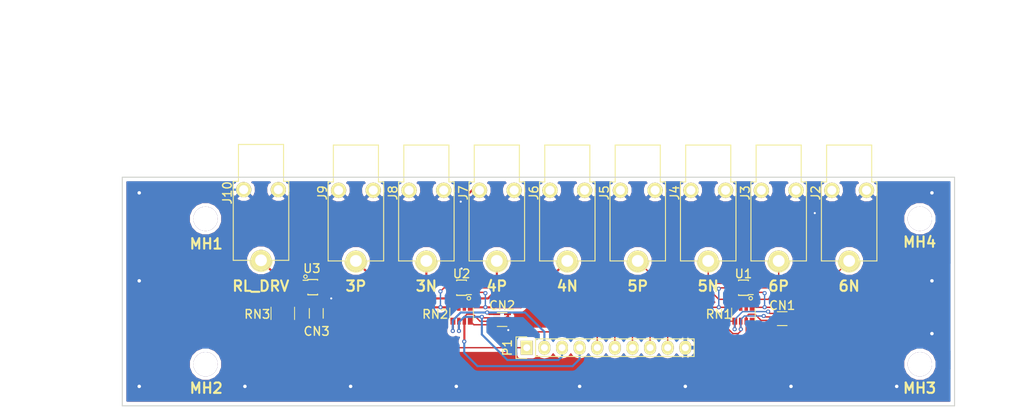
<source format=kicad_pcb>
(kicad_pcb (version 4) (host pcbnew 4.0.2-stable)

  (general
    (links 87)
    (no_connects 0)
    (area 76.14343 58.872 226.286286 117.175001)
    (thickness 1.6)
    (drawings 19)
    (tracks 262)
    (zones 0)
    (modules 23)
    (nets 35)
  )

  (page A4)
  (title_block
    (title "BioAmp-FIUNER-Lab. de Prototipado")
    (date 2017-06-07)
    (rev v1.0.0)
  )

  (layers
    (0 F.Cu signal)
    (31 B.Cu signal)
    (32 B.Adhes user)
    (33 F.Adhes user)
    (34 B.Paste user)
    (35 F.Paste user)
    (36 B.SilkS user)
    (37 F.SilkS user)
    (38 B.Mask user)
    (39 F.Mask user)
    (40 Dwgs.User user)
    (41 Cmts.User user)
    (42 Eco1.User user)
    (43 Eco2.User user)
    (44 Edge.Cuts user)
    (45 Margin user)
    (46 B.CrtYd user)
    (47 F.CrtYd user)
    (48 B.Fab user)
    (49 F.Fab user)
  )

  (setup
    (last_trace_width 0.3)
    (user_trace_width 0.1)
    (user_trace_width 0.2)
    (user_trace_width 0.5)
    (user_trace_width 0.7)
    (user_trace_width 0.8)
    (user_trace_width 1)
    (trace_clearance 0.1)
    (zone_clearance 0.508)
    (zone_45_only no)
    (trace_min 0.1)
    (segment_width 0.2)
    (edge_width 0.15)
    (via_size 1)
    (via_drill 0.5)
    (via_min_size 0.6)
    (via_min_drill 0.2)
    (user_via 0.6 0.2)
    (user_via 0.6 0.3)
    (user_via 0.9 0.5)
    (uvia_size 0.3)
    (uvia_drill 0.1)
    (uvias_allowed no)
    (uvia_min_size 0.2)
    (uvia_min_drill 0.1)
    (pcb_text_width 0.3)
    (pcb_text_size 1.5 1.5)
    (mod_edge_width 0.15)
    (mod_text_size 1.5 1.5)
    (mod_text_width 0.3)
    (pad_size 2.032 1.7272)
    (pad_drill 1)
    (pad_to_mask_clearance 0.2)
    (aux_axis_origin 0 0)
    (visible_elements 7FFFFF7F)
    (pcbplotparams
      (layerselection 0x010fc_80000001)
      (usegerberextensions false)
      (excludeedgelayer true)
      (linewidth 0.100000)
      (plotframeref true)
      (viasonmask false)
      (mode 1)
      (useauxorigin false)
      (hpglpennumber 1)
      (hpglpenspeed 20)
      (hpglpendiameter 15)
      (hpglpenoverlay 2)
      (psnegative false)
      (psa4output false)
      (plotreference true)
      (plotvalue true)
      (plotinvisibletext false)
      (padsonsilk false)
      (subtractmaskfromsilk false)
      (outputformat 4)
      (mirror false)
      (drillshape 0)
      (scaleselection 1)
      (outputdirectory pdfs/))
  )

  (net 0 "")
  (net 1 GNDA)
  (net 2 "Net-(U3-Pad6)")
  (net 3 /IN6-)
  (net 4 /IN6+)
  (net 5 /IN5-)
  (net 6 /IN5+)
  (net 7 /IN4-)
  (net 8 /IN4+)
  (net 9 /IN3-)
  (net 10 /IN3+)
  (net 11 /RL_DRV)
  (net 12 "Net-(U1-Pad6)")
  (net 13 "Net-(U2-Pad6)")
  (net 14 "Net-(U3-Pad5)")
  (net 15 "Net-(U3-Pad4)")
  (net 16 "Net-(U3-Pad2)")
  (net 17 "Net-(CN1-Pad4)")
  (net 18 "Net-(CN1-Pad1)")
  (net 19 "Net-(CN1-Pad2)")
  (net 20 "Net-(CN1-Pad3)")
  (net 21 "Net-(CN2-Pad4)")
  (net 22 "Net-(CN2-Pad1)")
  (net 23 "Net-(CN2-Pad2)")
  (net 24 "Net-(CN2-Pad3)")
  (net 25 "Net-(CN3-Pad4)")
  (net 26 "Net-(CN3-Pad1)")
  (net 27 "Net-(CN3-Pad2)")
  (net 28 "Net-(CN3-Pad3)")
  (net 29 "Net-(RN3-Pad2)")
  (net 30 "Net-(RN3-Pad7)")
  (net 31 "Net-(RN3-Pad3)")
  (net 32 "Net-(RN3-Pad6)")
  (net 33 "Net-(RN3-Pad4)")
  (net 34 "Net-(RN3-Pad5)")

  (net_class Default "Este es el tipo de red por defecto."
    (clearance 0.1)
    (trace_width 0.3)
    (via_dia 1)
    (via_drill 0.5)
    (uvia_dia 0.3)
    (uvia_drill 0.1)
    (add_net /IN3+)
    (add_net /IN3-)
    (add_net /IN4+)
    (add_net /IN4-)
    (add_net /IN5+)
    (add_net /IN5-)
    (add_net /IN6+)
    (add_net /IN6-)
    (add_net /RL_DRV)
    (add_net GNDA)
    (add_net "Net-(CN1-Pad1)")
    (add_net "Net-(CN1-Pad2)")
    (add_net "Net-(CN1-Pad3)")
    (add_net "Net-(CN1-Pad4)")
    (add_net "Net-(CN2-Pad1)")
    (add_net "Net-(CN2-Pad2)")
    (add_net "Net-(CN2-Pad3)")
    (add_net "Net-(CN2-Pad4)")
    (add_net "Net-(CN3-Pad1)")
    (add_net "Net-(CN3-Pad2)")
    (add_net "Net-(CN3-Pad3)")
    (add_net "Net-(CN3-Pad4)")
    (add_net "Net-(RN3-Pad2)")
    (add_net "Net-(RN3-Pad3)")
    (add_net "Net-(RN3-Pad4)")
    (add_net "Net-(RN3-Pad5)")
    (add_net "Net-(RN3-Pad6)")
    (add_net "Net-(RN3-Pad7)")
    (add_net "Net-(U1-Pad6)")
    (add_net "Net-(U2-Pad6)")
    (add_net "Net-(U3-Pad2)")
    (add_net "Net-(U3-Pad4)")
    (add_net "Net-(U3-Pad5)")
    (add_net "Net-(U3-Pad6)")
  )

  (net_class proto_recom ""
    (clearance 0.2)
    (trace_width 0.5)
    (via_dia 1)
    (via_drill 0.5)
    (uvia_dia 0.3)
    (uvia_drill 0.1)
  )

  (module Pin_Headers:Pin_Header_Straight_1x10 (layer F.Cu) (tedit 5873C1D6) (tstamp 56BB5D28)
    (at 151.892 108.712 90)
    (descr "Through hole pin header")
    (tags "pin header")
    (path /56BC736F)
    (fp_text reference P1 (at 0 -2.794 90) (layer F.SilkS)
      (effects (font (size 1.25 1.25) (thickness 0.2)))
    )
    (fp_text value CONN_01X10 (at 0 -3.1 90) (layer F.Fab) hide
      (effects (font (size 1 1) (thickness 0.15)))
    )
    (fp_line (start -1.75 -1.75) (end -1.75 24.65) (layer F.CrtYd) (width 0.05))
    (fp_line (start 1.75 -1.75) (end 1.75 24.65) (layer F.CrtYd) (width 0.05))
    (fp_line (start -1.75 -1.75) (end 1.75 -1.75) (layer F.CrtYd) (width 0.05))
    (fp_line (start -1.75 24.65) (end 1.75 24.65) (layer F.CrtYd) (width 0.05))
    (fp_line (start 1.27 1.27) (end 1.27 24.13) (layer F.SilkS) (width 0.15))
    (fp_line (start 1.27 24.13) (end -1.27 24.13) (layer F.SilkS) (width 0.15))
    (fp_line (start -1.27 24.13) (end -1.27 1.27) (layer F.SilkS) (width 0.15))
    (fp_line (start 1.55 -1.55) (end 1.55 0) (layer F.SilkS) (width 0.15))
    (fp_line (start 1.27 1.27) (end -1.27 1.27) (layer F.SilkS) (width 0.15))
    (fp_line (start -1.55 0) (end -1.55 -1.55) (layer F.SilkS) (width 0.15))
    (fp_line (start -1.55 -1.55) (end 1.55 -1.55) (layer F.SilkS) (width 0.15))
    (pad 1 thru_hole rect (at 0 0 90) (size 2.032 1.7272) (drill 1) (layers *.Cu *.Mask F.SilkS)
      (net 26 "Net-(CN3-Pad1)"))
    (pad 2 thru_hole oval (at 0 2.54 90) (size 2.032 1.7272) (drill 1) (layers *.Cu *.Mask F.SilkS)
      (net 22 "Net-(CN2-Pad1)"))
    (pad 3 thru_hole oval (at 0 5.08 90) (size 2.032 1.7272) (drill 1) (layers *.Cu *.Mask F.SilkS)
      (net 23 "Net-(CN2-Pad2)"))
    (pad 4 thru_hole oval (at 0 7.62 90) (size 2.032 1.7272) (drill 1) (layers *.Cu *.Mask F.SilkS)
      (net 24 "Net-(CN2-Pad3)"))
    (pad 5 thru_hole oval (at 0 10.16 90) (size 2.032 1.7272) (drill 1) (layers *.Cu *.Mask F.SilkS)
      (net 21 "Net-(CN2-Pad4)"))
    (pad 6 thru_hole oval (at 0 12.7 90) (size 2.032 1.7272) (drill 1) (layers *.Cu *.Mask F.SilkS)
      (net 18 "Net-(CN1-Pad1)"))
    (pad 7 thru_hole oval (at 0 15.24 90) (size 2.032 1.7272) (drill 1) (layers *.Cu *.Mask F.SilkS)
      (net 19 "Net-(CN1-Pad2)"))
    (pad 8 thru_hole oval (at 0 17.78 90) (size 2.032 1.7272) (drill 1) (layers *.Cu *.Mask F.SilkS)
      (net 20 "Net-(CN1-Pad3)"))
    (pad 9 thru_hole oval (at 0 20.32 90) (size 2.032 1.7272) (drill 1) (layers *.Cu *.Mask F.SilkS)
      (net 17 "Net-(CN1-Pad4)"))
    (pad 10 thru_hole oval (at 0 22.86 90) (size 2.032 1.7272) (drill 1) (layers *.Cu *.Mask F.SilkS)
      (net 1 GNDA))
  )

  (module biopotenciales:r_cay16-4 (layer F.Cu) (tedit 58613DBD) (tstamp 56BB6F5D)
    (at 183.134 103.886 90)
    (descr "SMT resistor net, Bourns CAT16 series, 4 way")
    (path /56BC55FF)
    (fp_text reference RN1 (at 0 -3.556 180) (layer F.SilkS)
      (effects (font (size 1.25 1.25) (thickness 0.2)))
    )
    (fp_text value CAY16-F4_R-ARRAY (at 0 1.99898 90) (layer F.SilkS) hide
      (effects (font (size 0.20066 0.20066) (thickness 0.04064)))
    )
    (fp_line (start -0.89916 -1.69926) (end 0.89916 -1.69926) (layer F.SilkS) (width 0.127))
    (fp_line (start -0.89916 1.69926) (end 0.89916 1.69926) (layer F.SilkS) (width 0.127))
    (pad 2 smd rect (at 1 0.4 90) (size 1 0.5) (layers F.Cu F.Paste F.Mask)
      (net 4 /IN6+))
    (pad 7 smd rect (at -1 0.4 90) (size 1 0.5) (layers F.Cu F.Paste F.Mask)
      (net 20 "Net-(CN1-Pad3)"))
    (pad 3 smd rect (at 1 -0.4 90) (size 1 0.5) (layers F.Cu F.Paste F.Mask)
      (net 5 /IN5-))
    (pad 6 smd rect (at -1 -0.4 90) (size 1 0.5) (layers F.Cu F.Paste F.Mask)
      (net 19 "Net-(CN1-Pad2)"))
    (pad 1 smd rect (at 1 1.25 90) (size 1 0.7) (layers F.Cu F.Paste F.Mask)
      (net 3 /IN6-))
    (pad 4 smd rect (at 1 -1.25 90) (size 1 0.7) (layers F.Cu F.Paste F.Mask)
      (net 6 /IN5+))
    (pad 5 smd rect (at -1 -1.25 90) (size 1 0.7) (layers F.Cu F.Paste F.Mask)
      (net 18 "Net-(CN1-Pad1)"))
    (pad 8 smd rect (at -1 1.25 90) (size 1 0.7) (layers F.Cu F.Paste F.Mask)
      (net 17 "Net-(CN1-Pad4)"))
    (model ${KIPRJMOD}/3d_models/r_cay16-4.wrl
      (at (xyz 0 0 0))
      (scale (xyz 1 1 1))
      (rotate (xyz 0 0 0))
    )
  )

  (module biopotenciales:r_cay16-4 (layer F.Cu) (tedit 58613DAF) (tstamp 56BB6F6B)
    (at 142.494 103.886 90)
    (descr "SMT resistor net, Bourns CAT16 series, 4 way")
    (path /56BC65CE)
    (fp_text reference RN2 (at 0 -3.81 180) (layer F.SilkS)
      (effects (font (size 1.25 1.25) (thickness 0.2)))
    )
    (fp_text value CAY16-F4_R-ARRAY (at 0 1.99898 90) (layer F.SilkS) hide
      (effects (font (size 0.20066 0.20066) (thickness 0.04064)))
    )
    (fp_line (start -0.89916 -1.69926) (end 0.89916 -1.69926) (layer F.SilkS) (width 0.127))
    (fp_line (start -0.89916 1.69926) (end 0.89916 1.69926) (layer F.SilkS) (width 0.127))
    (pad 2 smd rect (at 1 0.4 90) (size 1 0.5) (layers F.Cu F.Paste F.Mask)
      (net 8 /IN4+))
    (pad 7 smd rect (at -1 0.4 90) (size 1 0.5) (layers F.Cu F.Paste F.Mask)
      (net 24 "Net-(CN2-Pad3)"))
    (pad 3 smd rect (at 1 -0.4 90) (size 1 0.5) (layers F.Cu F.Paste F.Mask)
      (net 9 /IN3-))
    (pad 6 smd rect (at -1 -0.4 90) (size 1 0.5) (layers F.Cu F.Paste F.Mask)
      (net 23 "Net-(CN2-Pad2)"))
    (pad 1 smd rect (at 1 1.25 90) (size 1 0.7) (layers F.Cu F.Paste F.Mask)
      (net 7 /IN4-))
    (pad 4 smd rect (at 1 -1.25 90) (size 1 0.7) (layers F.Cu F.Paste F.Mask)
      (net 10 /IN3+))
    (pad 5 smd rect (at -1 -1.25 90) (size 1 0.7) (layers F.Cu F.Paste F.Mask)
      (net 22 "Net-(CN2-Pad1)"))
    (pad 8 smd rect (at -1 1.25 90) (size 1 0.7) (layers F.Cu F.Paste F.Mask)
      (net 21 "Net-(CN2-Pad4)"))
    (model ${KIPRJMOD}/3d_models/r_cay16-4.wrl
      (at (xyz 0 0 0))
      (scale (xyz 1 1 1))
      (rotate (xyz 0 0 0))
    )
  )

  (module biopotenciales:r_cay16-4 (layer F.Cu) (tedit 58613DB6) (tstamp 56BB6F79)
    (at 116.713 103.759 90)
    (descr "SMT resistor net, Bourns CAT16 series, 4 way")
    (path /56BC66BF)
    (fp_text reference RN3 (at -0.127 -3.683 180) (layer F.SilkS)
      (effects (font (size 1.25 1.25) (thickness 0.2)))
    )
    (fp_text value CAY16-F4_R-ARRAY (at 0 1.99898 90) (layer F.SilkS) hide
      (effects (font (size 0.20066 0.20066) (thickness 0.04064)))
    )
    (fp_line (start -0.89916 -1.69926) (end 0.89916 -1.69926) (layer F.SilkS) (width 0.127))
    (fp_line (start -0.89916 1.69926) (end 0.89916 1.69926) (layer F.SilkS) (width 0.127))
    (pad 2 smd rect (at 1 0.4 90) (size 1 0.5) (layers F.Cu F.Paste F.Mask)
      (net 29 "Net-(RN3-Pad2)"))
    (pad 7 smd rect (at -1 0.4 90) (size 1 0.5) (layers F.Cu F.Paste F.Mask)
      (net 30 "Net-(RN3-Pad7)"))
    (pad 3 smd rect (at 1 -0.4 90) (size 1 0.5) (layers F.Cu F.Paste F.Mask)
      (net 31 "Net-(RN3-Pad3)"))
    (pad 6 smd rect (at -1 -0.4 90) (size 1 0.5) (layers F.Cu F.Paste F.Mask)
      (net 32 "Net-(RN3-Pad6)"))
    (pad 1 smd rect (at 1 1.25 90) (size 1 0.7) (layers F.Cu F.Paste F.Mask)
      (net 11 /RL_DRV))
    (pad 4 smd rect (at 1 -1.25 90) (size 1 0.7) (layers F.Cu F.Paste F.Mask)
      (net 33 "Net-(RN3-Pad4)"))
    (pad 5 smd rect (at -1 -1.25 90) (size 1 0.7) (layers F.Cu F.Paste F.Mask)
      (net 34 "Net-(RN3-Pad5)"))
    (pad 8 smd rect (at -1 1.25 90) (size 1 0.7) (layers F.Cu F.Paste F.Mask)
      (net 26 "Net-(CN3-Pad1)"))
    (model ${KIPRJMOD}/3d_models/r_cay16-4.wrl
      (at (xyz 0 0 0))
      (scale (xyz 1 1 1))
      (rotate (xyz 0 0 0))
    )
  )

  (module Mounting_Holes:MountingHole_3-5mm (layer F.Cu) (tedit 56BE0F8F) (tstamp 56BBA7E6)
    (at 105.572 90.1)
    (descr "Mounting hole, Befestigungsbohrung, 3,5mm, No Annular, Kein Restring,")
    (tags "Mounting hole, Befestigungsbohrung, 3,5mm, No Annular, Kein Restring,")
    (fp_text reference MH1 (at 0.092 3.626) (layer F.SilkS)
      (effects (font (size 1.5 1.5) (thickness 0.3)))
    )
    (fp_text value MountingHole_3-5mm (at 0 5.00126) (layer F.Fab) hide
      (effects (font (size 1 1) (thickness 0.15)))
    )
    (fp_circle (center 0 0) (end 3.5 0) (layer Cmts.User) (width 0.381))
    (pad 1 thru_hole circle (at 0 0) (size 3.5 3.5) (drill 3.5) (layers))
  )

  (module Mounting_Holes:MountingHole_3-5mm (layer F.Cu) (tedit 56BE0FCC) (tstamp 56BBA7EC)
    (at 105.572 111.1)
    (descr "Mounting hole, Befestigungsbohrung, 3,5mm, No Annular, Kein Restring,")
    (tags "Mounting hole, Befestigungsbohrung, 3,5mm, No Annular, Kein Restring,")
    (fp_text reference MH2 (at 0.092 3.454) (layer F.SilkS)
      (effects (font (size 1.5 1.5) (thickness 0.3)))
    )
    (fp_text value MountingHole_3-5mm (at 0 5.00126) (layer F.Fab) hide
      (effects (font (size 1 1) (thickness 0.15)))
    )
    (fp_circle (center 0 0) (end 3.5 0) (layer Cmts.User) (width 0.381))
    (pad 1 thru_hole circle (at 0 0) (size 3.5 3.5) (drill 3.5) (layers))
  )

  (module Mounting_Holes:MountingHole_3-5mm (layer F.Cu) (tedit 56BE0FC4) (tstamp 56BBA7F2)
    (at 208.572 111.1)
    (descr "Mounting hole, Befestigungsbohrung, 3,5mm, No Annular, Kein Restring,")
    (tags "Mounting hole, Befestigungsbohrung, 3,5mm, No Annular, Kein Restring,")
    (fp_text reference MH3 (at -0.038 3.454) (layer F.SilkS)
      (effects (font (size 1.5 1.5) (thickness 0.3)))
    )
    (fp_text value MountingHole_3-5mm (at 0 5.00126) (layer F.Fab) hide
      (effects (font (size 1 1) (thickness 0.15)))
    )
    (fp_circle (center 0 0) (end 3.5 0) (layer Cmts.User) (width 0.381))
    (pad 1 thru_hole circle (at 0 0) (size 3.5 3.5) (drill 3.5) (layers))
  )

  (module Mounting_Holes:MountingHole_3-5mm (layer F.Cu) (tedit 56BE0FB8) (tstamp 56BBA7F8)
    (at 208.572 90.1)
    (descr "Mounting hole, Befestigungsbohrung, 3,5mm, No Annular, Kein Restring,")
    (tags "Mounting hole, Befestigungsbohrung, 3,5mm, No Annular, Kein Restring,")
    (fp_text reference MH4 (at -0.038 3.372) (layer F.SilkS)
      (effects (font (size 1.5 1.5) (thickness 0.3)))
    )
    (fp_text value MountingHole_3-5mm (at 0 5.00126) (layer F.Fab) hide
      (effects (font (size 1 1) (thickness 0.15)))
    )
    (fp_circle (center 0 0) (end 3.5 0) (layer Cmts.User) (width 0.381))
    (pad 1 thru_hole circle (at 0 0) (size 3.5 3.5) (drill 3.5) (layers))
  )

  (module biopotenciales:TSOP-6_2x1.25mm_Pitch0.65mm (layer F.Cu) (tedit 58613DCA) (tstamp 56B55AA0)
    (at 183.134 100.076 180)
    (descr "8-Lead Plastic Micro Small Outline Package (MS) [MSOP] (see Microchip Packaging Specification 00000049BS.pdf)")
    (tags "SSOP 0.65")
    (path /56BC5856)
    (attr smd)
    (fp_text reference U1 (at 0 2.032 180) (layer F.SilkS)
      (effects (font (size 1.25 1.25) (thickness 0.2)))
    )
    (fp_text value TPD4E1B06 (at 0 2.6 180) (layer F.Fab) hide
      (effects (font (size 1 1) (thickness 0.15)))
    )
    (fp_circle (center -1.05 -1.5) (end -1.05 -1.25) (layer F.SilkS) (width 0.15))
    (fp_line (start -0.7 -1.075) (end 0.7 -1.075) (layer F.SilkS) (width 0.15))
    (fp_line (start -0.7 1.125) (end 0.7 1.125) (layer F.SilkS) (width 0.15))
    (fp_line (start -0.7 -1.075) (end -0.7 -0.975) (layer F.SilkS) (width 0.15))
    (fp_line (start 0.7 -1.075) (end 0.7 -0.975) (layer F.SilkS) (width 0.15))
    (fp_line (start -0.7 1.125) (end -0.7 1.025) (layer F.SilkS) (width 0.15))
    (fp_line (start 0.7 1.125) (end 0.7 1.025) (layer F.SilkS) (width 0.15))
    (fp_line (start -0.7 -0.975) (end -1.4 -0.975) (layer F.SilkS) (width 0.15))
    (fp_line (start -0.7 -0.975) (end -1.4 -0.975) (layer F.SilkS) (width 0.15))
    (fp_line (start 0.7 1.125) (end 0.7 1.025) (layer F.SilkS) (width 0.15))
    (fp_line (start -0.7 1.125) (end -0.7 1.025) (layer F.SilkS) (width 0.15))
    (fp_line (start 0.7 -1.075) (end 0.7 -0.975) (layer F.SilkS) (width 0.15))
    (fp_line (start -0.7 -1.075) (end -0.7 -0.975) (layer F.SilkS) (width 0.15))
    (fp_line (start -0.7 1.125) (end 0.7 1.125) (layer F.SilkS) (width 0.15))
    (fp_line (start -0.7 -1.075) (end 0.7 -1.075) (layer F.SilkS) (width 0.15))
    (pad 6 smd rect (at 1.1 -0.65 180) (size 1.5 0.35) (layers F.Cu F.Paste F.Mask)
      (net 12 "Net-(U1-Pad6)"))
    (pad 5 smd rect (at 1.1 0 180) (size 1.5 0.35) (layers F.Cu F.Paste F.Mask)
      (net 6 /IN5+))
    (pad 4 smd rect (at 1.1 0.65 180) (size 1.5 0.35) (layers F.Cu F.Paste F.Mask)
      (net 5 /IN5-))
    (pad 3 smd rect (at -1.1 0.65 180) (size 1.5 0.35) (layers F.Cu F.Paste F.Mask)
      (net 1 GNDA))
    (pad 2 smd rect (at -1.1 0 180) (size 1.5 0.35) (layers F.Cu F.Paste F.Mask)
      (net 4 /IN6+))
    (pad 1 smd rect (at -1.1 -0.65 180) (size 1.5 0.35) (layers F.Cu F.Paste F.Mask)
      (net 3 /IN6-))
    (pad 1 smd rect (at -1.1 -0.65 180) (size 1.5 0.35) (layers F.Cu F.Paste F.Mask)
      (net 3 /IN6-))
    (pad 2 smd rect (at -1.1 0 180) (size 1.5 0.35) (layers F.Cu F.Paste F.Mask)
      (net 4 /IN6+))
    (pad 3 smd rect (at -1.1 0.65 180) (size 1.5 0.35) (layers F.Cu F.Paste F.Mask)
      (net 1 GNDA))
    (pad 4 smd rect (at 1.1 0.65 180) (size 1.5 0.35) (layers F.Cu F.Paste F.Mask)
      (net 5 /IN5-))
    (pad 5 smd rect (at 1.1 0 180) (size 1.5 0.35) (layers F.Cu F.Paste F.Mask)
      (net 6 /IN5+))
    (pad 6 smd rect (at 1.1 -0.65 180) (size 1.5 0.35) (layers F.Cu F.Paste F.Mask)
      (net 12 "Net-(U1-Pad6)"))
    (model ${KIPRJMOD}/3d_models/TSOP-6_2x1.25mm_Pitch0.65mm.wrl
      (at (xyz 0 0 0))
      (scale (xyz 1 1 1))
      (rotate (xyz 0 0 0))
    )
  )

  (module biopotenciales:TSOP-6_2x1.25mm_Pitch0.65mm (layer F.Cu) (tedit 58613DC7) (tstamp 56BB6F97)
    (at 142.494 100.076 180)
    (descr "8-Lead Plastic Micro Small Outline Package (MS) [MSOP] (see Microchip Packaging Specification 00000049BS.pdf)")
    (tags "SSOP 0.65")
    (path /56BC65DA)
    (attr smd)
    (fp_text reference U2 (at 0 2.032 180) (layer F.SilkS)
      (effects (font (size 1.25 1.25) (thickness 0.2)))
    )
    (fp_text value TPD4E1B06 (at 0 2.6 180) (layer F.Fab) hide
      (effects (font (size 1 1) (thickness 0.15)))
    )
    (fp_circle (center -1.05 -1.5) (end -1.05 -1.25) (layer F.SilkS) (width 0.15))
    (fp_line (start -0.7 -1.075) (end 0.7 -1.075) (layer F.SilkS) (width 0.15))
    (fp_line (start -0.7 1.125) (end 0.7 1.125) (layer F.SilkS) (width 0.15))
    (fp_line (start -0.7 -1.075) (end -0.7 -0.975) (layer F.SilkS) (width 0.15))
    (fp_line (start 0.7 -1.075) (end 0.7 -0.975) (layer F.SilkS) (width 0.15))
    (fp_line (start -0.7 1.125) (end -0.7 1.025) (layer F.SilkS) (width 0.15))
    (fp_line (start 0.7 1.125) (end 0.7 1.025) (layer F.SilkS) (width 0.15))
    (fp_line (start -0.7 -0.975) (end -1.4 -0.975) (layer F.SilkS) (width 0.15))
    (fp_line (start -0.7 -0.975) (end -1.4 -0.975) (layer F.SilkS) (width 0.15))
    (fp_line (start 0.7 1.125) (end 0.7 1.025) (layer F.SilkS) (width 0.15))
    (fp_line (start -0.7 1.125) (end -0.7 1.025) (layer F.SilkS) (width 0.15))
    (fp_line (start 0.7 -1.075) (end 0.7 -0.975) (layer F.SilkS) (width 0.15))
    (fp_line (start -0.7 -1.075) (end -0.7 -0.975) (layer F.SilkS) (width 0.15))
    (fp_line (start -0.7 1.125) (end 0.7 1.125) (layer F.SilkS) (width 0.15))
    (fp_line (start -0.7 -1.075) (end 0.7 -1.075) (layer F.SilkS) (width 0.15))
    (pad 6 smd rect (at 1.1 -0.65 180) (size 1.5 0.35) (layers F.Cu F.Paste F.Mask)
      (net 13 "Net-(U2-Pad6)"))
    (pad 5 smd rect (at 1.1 0 180) (size 1.5 0.35) (layers F.Cu F.Paste F.Mask)
      (net 10 /IN3+))
    (pad 4 smd rect (at 1.1 0.65 180) (size 1.5 0.35) (layers F.Cu F.Paste F.Mask)
      (net 9 /IN3-))
    (pad 3 smd rect (at -1.1 0.65 180) (size 1.5 0.35) (layers F.Cu F.Paste F.Mask)
      (net 1 GNDA))
    (pad 2 smd rect (at -1.1 0 180) (size 1.5 0.35) (layers F.Cu F.Paste F.Mask)
      (net 8 /IN4+))
    (pad 1 smd rect (at -1.1 -0.65 180) (size 1.5 0.35) (layers F.Cu F.Paste F.Mask)
      (net 7 /IN4-))
    (pad 1 smd rect (at -1.1 -0.65 180) (size 1.5 0.35) (layers F.Cu F.Paste F.Mask)
      (net 7 /IN4-))
    (pad 2 smd rect (at -1.1 0 180) (size 1.5 0.35) (layers F.Cu F.Paste F.Mask)
      (net 8 /IN4+))
    (pad 3 smd rect (at -1.1 0.65 180) (size 1.5 0.35) (layers F.Cu F.Paste F.Mask)
      (net 1 GNDA))
    (pad 4 smd rect (at 1.1 0.65 180) (size 1.5 0.35) (layers F.Cu F.Paste F.Mask)
      (net 9 /IN3-))
    (pad 5 smd rect (at 1.1 0 180) (size 1.5 0.35) (layers F.Cu F.Paste F.Mask)
      (net 10 /IN3+))
    (pad 6 smd rect (at 1.1 -0.65 180) (size 1.5 0.35) (layers F.Cu F.Paste F.Mask)
      (net 13 "Net-(U2-Pad6)"))
    (model ${KIPRJMOD}/3d_models/TSOP-6_2x1.25mm_Pitch0.65mm.wrl
      (at (xyz 0 0 0))
      (scale (xyz 1 1 1))
      (rotate (xyz 0 0 0))
    )
  )

  (module biopotenciales:Cap_Array_4 (layer F.Cu) (tedit 58613DC4) (tstamp 56BB6F41)
    (at 148.336 104.648)
    (path /56BC65D4)
    (fp_text reference CN2 (at 0 -2.032) (layer F.SilkS)
      (effects (font (size 1.25 1.25) (thickness 0.2)))
    )
    (fp_text value CKCL44X7R1H (at 0 1.8) (layer F.Fab) hide
      (effects (font (size 1 1) (thickness 0.15)))
    )
    (fp_line (start -0.7 1) (end 0.7 1) (layer F.SilkS) (width 0.15))
    (fp_line (start 0.7 -1) (end -0.7 -1) (layer F.SilkS) (width 0.15))
    (pad 6 smd rect (at 0.775 0.25) (size 1 0.25) (layers F.Cu F.Paste F.Mask)
      (net 1 GNDA))
    (pad 7 smd rect (at 0.775 -0.25) (size 1 0.25) (layers F.Cu F.Paste F.Mask)
      (net 1 GNDA))
    (pad 8 smd rect (at 0.775 -0.75) (size 1 0.25) (layers F.Cu F.Paste F.Mask)
      (net 1 GNDA))
    (pad 5 smd rect (at 0.775 0.75) (size 1 0.25) (layers F.Cu F.Paste F.Mask)
      (net 1 GNDA))
    (pad 4 smd rect (at -0.775 0.75) (size 1 0.25) (layers F.Cu F.Paste F.Mask)
      (net 21 "Net-(CN2-Pad4)"))
    (pad 1 smd rect (at -0.775 -0.75) (size 1 0.25) (layers F.Cu F.Paste F.Mask)
      (net 22 "Net-(CN2-Pad1)"))
    (pad 2 smd rect (at -0.775 -0.25) (size 1 0.25) (layers F.Cu F.Paste F.Mask)
      (net 23 "Net-(CN2-Pad2)"))
    (pad 3 smd rect (at -0.775 0.25) (size 1 0.25) (layers F.Cu F.Paste F.Mask)
      (net 24 "Net-(CN2-Pad3)"))
    (model ${KIPRJMOD}/3d_models/Cap_Array_4.wrl
      (at (xyz 0 0 0))
      (scale (xyz 1 1 1))
      (rotate (xyz 0 0 0))
    )
  )

  (module biopotenciales:Cap_Array_4 (layer F.Cu) (tedit 58613DC0) (tstamp 56BB6F33)
    (at 188.722 104.521)
    (path /56BC574E)
    (fp_text reference CN1 (at 0 -1.905) (layer F.SilkS)
      (effects (font (size 1.25 1.25) (thickness 0.2)))
    )
    (fp_text value CKCL44X7R1H (at 0 1.8) (layer F.Fab) hide
      (effects (font (size 1 1) (thickness 0.15)))
    )
    (fp_line (start -0.7 1) (end 0.7 1) (layer F.SilkS) (width 0.15))
    (fp_line (start 0.7 -1) (end -0.7 -1) (layer F.SilkS) (width 0.15))
    (pad 6 smd rect (at 0.775 0.25) (size 1 0.25) (layers F.Cu F.Paste F.Mask)
      (net 1 GNDA))
    (pad 7 smd rect (at 0.775 -0.25) (size 1 0.25) (layers F.Cu F.Paste F.Mask)
      (net 1 GNDA))
    (pad 8 smd rect (at 0.775 -0.75) (size 1 0.25) (layers F.Cu F.Paste F.Mask)
      (net 1 GNDA))
    (pad 5 smd rect (at 0.775 0.75) (size 1 0.25) (layers F.Cu F.Paste F.Mask)
      (net 1 GNDA))
    (pad 4 smd rect (at -0.775 0.75) (size 1 0.25) (layers F.Cu F.Paste F.Mask)
      (net 17 "Net-(CN1-Pad4)"))
    (pad 1 smd rect (at -0.775 -0.75) (size 1 0.25) (layers F.Cu F.Paste F.Mask)
      (net 18 "Net-(CN1-Pad1)"))
    (pad 2 smd rect (at -0.775 -0.25) (size 1 0.25) (layers F.Cu F.Paste F.Mask)
      (net 19 "Net-(CN1-Pad2)"))
    (pad 3 smd rect (at -0.775 0.25) (size 1 0.25) (layers F.Cu F.Paste F.Mask)
      (net 20 "Net-(CN1-Pad3)"))
    (model ${KIPRJMOD}/3d_models/Cap_Array_4.wrl
      (at (xyz 0 0 0))
      (scale (xyz 1 1 1))
      (rotate (xyz 0 0 0))
    )
  )

  (module biopotenciales:TSOP-6_2x1.25mm_Pitch0.65mm (layer F.Cu) (tedit 58613DD1) (tstamp 56BB6FB5)
    (at 121.031 99.949)
    (descr "8-Lead Plastic Micro Small Outline Package (MS) [MSOP] (see Microchip Packaging Specification 00000049BS.pdf)")
    (tags "SSOP 0.65")
    (path /56BC66CB)
    (attr smd)
    (fp_text reference U3 (at -0.127 -2.667) (layer F.SilkS)
      (effects (font (size 1.25 1.25) (thickness 0.2)))
    )
    (fp_text value TPD4E1B06 (at 0 2.6) (layer F.Fab) hide
      (effects (font (size 1 1) (thickness 0.15)))
    )
    (fp_circle (center -1.05 -1.5) (end -1.05 -1.25) (layer F.SilkS) (width 0.15))
    (fp_line (start -0.7 -1.075) (end 0.7 -1.075) (layer F.SilkS) (width 0.15))
    (fp_line (start -0.7 1.125) (end 0.7 1.125) (layer F.SilkS) (width 0.15))
    (fp_line (start -0.7 -1.075) (end -0.7 -0.975) (layer F.SilkS) (width 0.15))
    (fp_line (start 0.7 -1.075) (end 0.7 -0.975) (layer F.SilkS) (width 0.15))
    (fp_line (start -0.7 1.125) (end -0.7 1.025) (layer F.SilkS) (width 0.15))
    (fp_line (start 0.7 1.125) (end 0.7 1.025) (layer F.SilkS) (width 0.15))
    (fp_line (start -0.7 -0.975) (end -1.4 -0.975) (layer F.SilkS) (width 0.15))
    (fp_line (start -0.7 -0.975) (end -1.4 -0.975) (layer F.SilkS) (width 0.15))
    (fp_line (start 0.7 1.125) (end 0.7 1.025) (layer F.SilkS) (width 0.15))
    (fp_line (start -0.7 1.125) (end -0.7 1.025) (layer F.SilkS) (width 0.15))
    (fp_line (start 0.7 -1.075) (end 0.7 -0.975) (layer F.SilkS) (width 0.15))
    (fp_line (start -0.7 -1.075) (end -0.7 -0.975) (layer F.SilkS) (width 0.15))
    (fp_line (start -0.7 1.125) (end 0.7 1.125) (layer F.SilkS) (width 0.15))
    (fp_line (start -0.7 -1.075) (end 0.7 -1.075) (layer F.SilkS) (width 0.15))
    (pad 6 smd rect (at 1.1 -0.65) (size 1.5 0.35) (layers F.Cu F.Paste F.Mask)
      (net 2 "Net-(U3-Pad6)"))
    (pad 5 smd rect (at 1.1 0) (size 1.5 0.35) (layers F.Cu F.Paste F.Mask)
      (net 14 "Net-(U3-Pad5)"))
    (pad 4 smd rect (at 1.1 0.65) (size 1.5 0.35) (layers F.Cu F.Paste F.Mask)
      (net 15 "Net-(U3-Pad4)"))
    (pad 3 smd rect (at -1.1 0.65) (size 1.5 0.35) (layers F.Cu F.Paste F.Mask)
      (net 1 GNDA))
    (pad 2 smd rect (at -1.1 0) (size 1.5 0.35) (layers F.Cu F.Paste F.Mask)
      (net 16 "Net-(U3-Pad2)"))
    (pad 1 smd rect (at -1.1 -0.65) (size 1.5 0.35) (layers F.Cu F.Paste F.Mask)
      (net 11 /RL_DRV))
    (pad 1 smd rect (at -1.1 -0.65) (size 1.5 0.35) (layers F.Cu F.Paste F.Mask)
      (net 11 /RL_DRV))
    (pad 2 smd rect (at -1.1 0) (size 1.5 0.35) (layers F.Cu F.Paste F.Mask)
      (net 16 "Net-(U3-Pad2)"))
    (pad 3 smd rect (at -1.1 0.65) (size 1.5 0.35) (layers F.Cu F.Paste F.Mask)
      (net 1 GNDA))
    (pad 4 smd rect (at 1.1 0.65) (size 1.5 0.35) (layers F.Cu F.Paste F.Mask)
      (net 15 "Net-(U3-Pad4)"))
    (pad 5 smd rect (at 1.1 0) (size 1.5 0.35) (layers F.Cu F.Paste F.Mask)
      (net 14 "Net-(U3-Pad5)"))
    (pad 6 smd rect (at 1.1 -0.65) (size 1.5 0.35) (layers F.Cu F.Paste F.Mask)
      (net 2 "Net-(U3-Pad6)"))
    (model ${KIPRJMOD}/3d_models/TSOP-6_2x1.25mm_Pitch0.65mm.wrl
      (at (xyz 0 0 0))
      (scale (xyz 1 1 1))
      (rotate (xyz 0 0 0))
    )
  )

  (module biopotenciales:Cap_Array_4 (layer F.Cu) (tedit 58613C7B) (tstamp 56BB6F4F)
    (at 121.539 103.759 90)
    (path /56BC66C5)
    (fp_text reference CN3 (at -2.591 0.058 180) (layer F.SilkS)
      (effects (font (size 1.25 1.25) (thickness 0.2)))
    )
    (fp_text value CKCL44X7R1H (at 0 1.8 90) (layer F.Fab) hide
      (effects (font (size 1 1) (thickness 0.15)))
    )
    (fp_line (start -0.7 1) (end 0.7 1) (layer F.SilkS) (width 0.15))
    (fp_line (start 0.7 -1) (end -0.7 -1) (layer F.SilkS) (width 0.15))
    (pad 6 smd rect (at 0.775 0.25 90) (size 1 0.25) (layers F.Cu F.Paste F.Mask)
      (net 1 GNDA))
    (pad 7 smd rect (at 0.775 -0.25 90) (size 1 0.25) (layers F.Cu F.Paste F.Mask)
      (net 1 GNDA))
    (pad 8 smd rect (at 0.775 -0.75 90) (size 1 0.25) (layers F.Cu F.Paste F.Mask)
      (net 1 GNDA))
    (pad 5 smd rect (at 0.775 0.75 90) (size 1 0.25) (layers F.Cu F.Paste F.Mask)
      (net 1 GNDA))
    (pad 4 smd rect (at -0.775 0.75 90) (size 1 0.25) (layers F.Cu F.Paste F.Mask)
      (net 25 "Net-(CN3-Pad4)"))
    (pad 1 smd rect (at -0.775 -0.75 90) (size 1 0.25) (layers F.Cu F.Paste F.Mask)
      (net 26 "Net-(CN3-Pad1)"))
    (pad 2 smd rect (at -0.775 -0.25 90) (size 1 0.25) (layers F.Cu F.Paste F.Mask)
      (net 27 "Net-(CN3-Pad2)"))
    (pad 3 smd rect (at -0.775 0.25 90) (size 1 0.25) (layers F.Cu F.Paste F.Mask)
      (net 28 "Net-(CN3-Pad3)"))
    (model ${KIPRJMOD}/3d_models/Cap_Array_4.wrl
      (at (xyz 0 0 0))
      (scale (xyz 1 1 1))
      (rotate (xyz 0 0 0))
    )
  )

  (module biopotenciales:Jack_TouchProof_1.5mm (layer F.Cu) (tedit 5874EA3E) (tstamp 56BB641F)
    (at 113.572 91.1 180)
    (path /56BC877C)
    (fp_text reference J10 (at 4.86 4.74 270) (layer F.SilkS)
      (effects (font (size 1.25 1.25) (thickness 0.2)))
    )
    (fp_text value Jack_Touch-Proof (at 0 13.589 180) (layer F.Fab)
      (effects (font (size 1 1) (thickness 0.15)))
    )
    (fp_line (start 3.25 6.4) (end 3.25 11.725) (layer F.SilkS) (width 0.15))
    (fp_line (start 3.25 11.725) (end -3.25 11.725) (layer F.SilkS) (width 0.15))
    (fp_line (start -3.25 6.4) (end -3.25 11.725) (layer F.SilkS) (width 0.15))
    (fp_line (start -4 -5) (end -1.6 -5) (layer F.SilkS) (width 0.15))
    (fp_line (start 4 -5) (end 1.6 -5) (layer F.SilkS) (width 0.15))
    (fp_line (start 4 6.4) (end 3.25 6.4) (layer F.SilkS) (width 0.15))
    (fp_line (start -4 -5) (end -4 6.4) (layer F.SilkS) (width 0.15))
    (fp_line (start 4 6.25) (end 4 6.4) (layer F.SilkS) (width 0.15))
    (fp_line (start 4 -5) (end 4 6.25) (layer F.SilkS) (width 0.15))
    (fp_line (start -3.25 6.4) (end -4 6.4) (layer F.SilkS) (width 0.15))
    (fp_arc (start 0 -5) (end -1.6 -5) (angle 180) (layer F.SilkS) (width 0.15))
    (pad 2 thru_hole circle (at 2.5 5.2 180) (size 2.2 2.2) (drill 1.3) (layers *.Cu *.Mask F.SilkS)
      (net 1 GNDA))
    (pad 1 thru_hole circle (at 0 -5 180) (size 3 3) (drill 1.7) (layers *.Cu *.Mask F.SilkS)
      (net 11 /RL_DRV))
    (pad 2 thru_hole circle (at -2.5 5.2 180) (size 2.2 2.2) (drill 1.3) (layers *.Cu *.Mask F.SilkS)
      (net 1 GNDA))
    (model ${KIPRJMOD}/3d_models/Jack_TouchProof_1.5mm.wrl
      (at (xyz 0 0 0))
      (scale (xyz 1 1 1))
      (rotate (xyz 0 0 0))
    )
  )

  (module biopotenciales:Jack_TouchProof_1.5mm (layer F.Cu) (tedit 5874EA52) (tstamp 56BB640D)
    (at 127.254 91.186 180)
    (path /56BC8762)
    (fp_text reference J9 (at 4.826 4.826 270) (layer F.SilkS)
      (effects (font (size 1.25 1.25) (thickness 0.2)))
    )
    (fp_text value Jack_Touch-Proof (at 0 13.589 180) (layer F.Fab)
      (effects (font (size 1 1) (thickness 0.15)))
    )
    (fp_line (start 3.25 6.4) (end 3.25 11.725) (layer F.SilkS) (width 0.15))
    (fp_line (start 3.25 11.725) (end -3.25 11.725) (layer F.SilkS) (width 0.15))
    (fp_line (start -3.25 6.4) (end -3.25 11.725) (layer F.SilkS) (width 0.15))
    (fp_line (start -4 -5) (end -1.6 -5) (layer F.SilkS) (width 0.15))
    (fp_line (start 4 -5) (end 1.6 -5) (layer F.SilkS) (width 0.15))
    (fp_line (start 4 6.4) (end 3.25 6.4) (layer F.SilkS) (width 0.15))
    (fp_line (start -4 -5) (end -4 6.4) (layer F.SilkS) (width 0.15))
    (fp_line (start 4 6.25) (end 4 6.4) (layer F.SilkS) (width 0.15))
    (fp_line (start 4 -5) (end 4 6.25) (layer F.SilkS) (width 0.15))
    (fp_line (start -3.25 6.4) (end -4 6.4) (layer F.SilkS) (width 0.15))
    (fp_arc (start 0 -5) (end -1.6 -5) (angle 180) (layer F.SilkS) (width 0.15))
    (pad 2 thru_hole circle (at 2.5 5.2 180) (size 2.2 2.2) (drill 1.3) (layers *.Cu *.Mask F.SilkS)
      (net 1 GNDA))
    (pad 1 thru_hole circle (at 0 -5 180) (size 3 3) (drill 1.7) (layers *.Cu *.Mask F.SilkS)
      (net 10 /IN3+))
    (pad 2 thru_hole circle (at -2.5 5.2 180) (size 2.2 2.2) (drill 1.3) (layers *.Cu *.Mask F.SilkS)
      (net 1 GNDA))
    (model ${KIPRJMOD}/3d_models/Jack_TouchProof_1.5mm.wrl
      (at (xyz 0 0 0))
      (scale (xyz 1 1 1))
      (rotate (xyz 0 0 0))
    )
  )

  (module biopotenciales:Jack_TouchProof_1.5mm (layer F.Cu) (tedit 5874EA53) (tstamp 56BB63FB)
    (at 137.414 91.186 180)
    (path /56BC875C)
    (fp_text reference J8 (at 4.826 4.826 270) (layer F.SilkS)
      (effects (font (size 1.25 1.25) (thickness 0.2)))
    )
    (fp_text value Jack_Touch-Proof (at 0 13.589 180) (layer F.Fab)
      (effects (font (size 1 1) (thickness 0.15)))
    )
    (fp_line (start 3.25 6.4) (end 3.25 11.725) (layer F.SilkS) (width 0.15))
    (fp_line (start 3.25 11.725) (end -3.25 11.725) (layer F.SilkS) (width 0.15))
    (fp_line (start -3.25 6.4) (end -3.25 11.725) (layer F.SilkS) (width 0.15))
    (fp_line (start -4 -5) (end -1.6 -5) (layer F.SilkS) (width 0.15))
    (fp_line (start 4 -5) (end 1.6 -5) (layer F.SilkS) (width 0.15))
    (fp_line (start 4 6.4) (end 3.25 6.4) (layer F.SilkS) (width 0.15))
    (fp_line (start -4 -5) (end -4 6.4) (layer F.SilkS) (width 0.15))
    (fp_line (start 4 6.25) (end 4 6.4) (layer F.SilkS) (width 0.15))
    (fp_line (start 4 -5) (end 4 6.25) (layer F.SilkS) (width 0.15))
    (fp_line (start -3.25 6.4) (end -4 6.4) (layer F.SilkS) (width 0.15))
    (fp_arc (start 0 -5) (end -1.6 -5) (angle 180) (layer F.SilkS) (width 0.15))
    (pad 2 thru_hole circle (at 2.5 5.2 180) (size 2.2 2.2) (drill 1.3) (layers *.Cu *.Mask F.SilkS)
      (net 1 GNDA))
    (pad 1 thru_hole circle (at 0 -5 180) (size 3 3) (drill 1.7) (layers *.Cu *.Mask F.SilkS)
      (net 9 /IN3-))
    (pad 2 thru_hole circle (at -2.5 5.2 180) (size 2.2 2.2) (drill 1.3) (layers *.Cu *.Mask F.SilkS)
      (net 1 GNDA))
    (model ${KIPRJMOD}/3d_models/Jack_TouchProof_1.5mm.wrl
      (at (xyz 0 0 0))
      (scale (xyz 1 1 1))
      (rotate (xyz 0 0 0))
    )
  )

  (module biopotenciales:Jack_TouchProof_1.5mm (layer F.Cu) (tedit 5874EA59) (tstamp 56BB63E9)
    (at 147.574 91.186 180)
    (path /56BC8756)
    (fp_text reference J7 (at 4.826 4.826 270) (layer F.SilkS)
      (effects (font (size 1.25 1.25) (thickness 0.2)))
    )
    (fp_text value Jack_Touch-Proof (at 0 13.589 180) (layer F.Fab)
      (effects (font (size 1 1) (thickness 0.15)))
    )
    (fp_line (start 3.25 6.4) (end 3.25 11.725) (layer F.SilkS) (width 0.15))
    (fp_line (start 3.25 11.725) (end -3.25 11.725) (layer F.SilkS) (width 0.15))
    (fp_line (start -3.25 6.4) (end -3.25 11.725) (layer F.SilkS) (width 0.15))
    (fp_line (start -4 -5) (end -1.6 -5) (layer F.SilkS) (width 0.15))
    (fp_line (start 4 -5) (end 1.6 -5) (layer F.SilkS) (width 0.15))
    (fp_line (start 4 6.4) (end 3.25 6.4) (layer F.SilkS) (width 0.15))
    (fp_line (start -4 -5) (end -4 6.4) (layer F.SilkS) (width 0.15))
    (fp_line (start 4 6.25) (end 4 6.4) (layer F.SilkS) (width 0.15))
    (fp_line (start 4 -5) (end 4 6.25) (layer F.SilkS) (width 0.15))
    (fp_line (start -3.25 6.4) (end -4 6.4) (layer F.SilkS) (width 0.15))
    (fp_arc (start 0 -5) (end -1.6 -5) (angle 180) (layer F.SilkS) (width 0.15))
    (pad 2 thru_hole circle (at 2.5 5.2 180) (size 2.2 2.2) (drill 1.3) (layers *.Cu *.Mask F.SilkS)
      (net 1 GNDA))
    (pad 1 thru_hole circle (at 0 -5 180) (size 3 3) (drill 1.7) (layers *.Cu *.Mask F.SilkS)
      (net 8 /IN4+))
    (pad 2 thru_hole circle (at -2.5 5.2 180) (size 2.2 2.2) (drill 1.3) (layers *.Cu *.Mask F.SilkS)
      (net 1 GNDA))
    (model ${KIPRJMOD}/3d_models/Jack_TouchProof_1.5mm.wrl
      (at (xyz 0 0 0))
      (scale (xyz 1 1 1))
      (rotate (xyz 0 0 0))
    )
  )

  (module biopotenciales:Jack_TouchProof_1.5mm (layer F.Cu) (tedit 5874EA5D) (tstamp 56BB63D7)
    (at 157.734 91.186 180)
    (path /56BC8750)
    (fp_text reference J6 (at 4.826 4.826 270) (layer F.SilkS)
      (effects (font (size 1.25 1.25) (thickness 0.2)))
    )
    (fp_text value Jack_Touch-Proof (at 0 13.589 180) (layer F.Fab)
      (effects (font (size 1 1) (thickness 0.15)))
    )
    (fp_line (start 3.25 6.4) (end 3.25 11.725) (layer F.SilkS) (width 0.15))
    (fp_line (start 3.25 11.725) (end -3.25 11.725) (layer F.SilkS) (width 0.15))
    (fp_line (start -3.25 6.4) (end -3.25 11.725) (layer F.SilkS) (width 0.15))
    (fp_line (start -4 -5) (end -1.6 -5) (layer F.SilkS) (width 0.15))
    (fp_line (start 4 -5) (end 1.6 -5) (layer F.SilkS) (width 0.15))
    (fp_line (start 4 6.4) (end 3.25 6.4) (layer F.SilkS) (width 0.15))
    (fp_line (start -4 -5) (end -4 6.4) (layer F.SilkS) (width 0.15))
    (fp_line (start 4 6.25) (end 4 6.4) (layer F.SilkS) (width 0.15))
    (fp_line (start 4 -5) (end 4 6.25) (layer F.SilkS) (width 0.15))
    (fp_line (start -3.25 6.4) (end -4 6.4) (layer F.SilkS) (width 0.15))
    (fp_arc (start 0 -5) (end -1.6 -5) (angle 180) (layer F.SilkS) (width 0.15))
    (pad 2 thru_hole circle (at 2.5 5.2 180) (size 2.2 2.2) (drill 1.3) (layers *.Cu *.Mask F.SilkS)
      (net 1 GNDA))
    (pad 1 thru_hole circle (at 0 -5 180) (size 3 3) (drill 1.7) (layers *.Cu *.Mask F.SilkS)
      (net 7 /IN4-))
    (pad 2 thru_hole circle (at -2.5 5.2 180) (size 2.2 2.2) (drill 1.3) (layers *.Cu *.Mask F.SilkS)
      (net 1 GNDA))
    (model ${KIPRJMOD}/3d_models/Jack_TouchProof_1.5mm.wrl
      (at (xyz 0 0 0))
      (scale (xyz 1 1 1))
      (rotate (xyz 0 0 0))
    )
  )

  (module biopotenciales:Jack_TouchProof_1.5mm (layer F.Cu) (tedit 5874EA62) (tstamp 56BB63C5)
    (at 167.894 91.186 180)
    (path /56BC855D)
    (fp_text reference J5 (at 4.826 4.826 270) (layer F.SilkS)
      (effects (font (size 1.25 1.25) (thickness 0.2)))
    )
    (fp_text value Jack_Touch-Proof (at 0 13.589 180) (layer F.Fab)
      (effects (font (size 1 1) (thickness 0.15)))
    )
    (fp_line (start 3.25 6.4) (end 3.25 11.725) (layer F.SilkS) (width 0.15))
    (fp_line (start 3.25 11.725) (end -3.25 11.725) (layer F.SilkS) (width 0.15))
    (fp_line (start -3.25 6.4) (end -3.25 11.725) (layer F.SilkS) (width 0.15))
    (fp_line (start -4 -5) (end -1.6 -5) (layer F.SilkS) (width 0.15))
    (fp_line (start 4 -5) (end 1.6 -5) (layer F.SilkS) (width 0.15))
    (fp_line (start 4 6.4) (end 3.25 6.4) (layer F.SilkS) (width 0.15))
    (fp_line (start -4 -5) (end -4 6.4) (layer F.SilkS) (width 0.15))
    (fp_line (start 4 6.25) (end 4 6.4) (layer F.SilkS) (width 0.15))
    (fp_line (start 4 -5) (end 4 6.25) (layer F.SilkS) (width 0.15))
    (fp_line (start -3.25 6.4) (end -4 6.4) (layer F.SilkS) (width 0.15))
    (fp_arc (start 0 -5) (end -1.6 -5) (angle 180) (layer F.SilkS) (width 0.15))
    (pad 2 thru_hole circle (at 2.5 5.2 180) (size 2.2 2.2) (drill 1.3) (layers *.Cu *.Mask F.SilkS)
      (net 1 GNDA))
    (pad 1 thru_hole circle (at 0 -5 180) (size 3 3) (drill 1.7) (layers *.Cu *.Mask F.SilkS)
      (net 6 /IN5+))
    (pad 2 thru_hole circle (at -2.5 5.2 180) (size 2.2 2.2) (drill 1.3) (layers *.Cu *.Mask F.SilkS)
      (net 1 GNDA))
    (model ${KIPRJMOD}/3d_models/Jack_TouchProof_1.5mm.wrl
      (at (xyz 0 0 0))
      (scale (xyz 1 1 1))
      (rotate (xyz 0 0 0))
    )
  )

  (module biopotenciales:Jack_TouchProof_1.5mm (layer F.Cu) (tedit 5874EA66) (tstamp 56BB63B3)
    (at 178.054 91.186 180)
    (path /56BC8520)
    (fp_text reference J4 (at 4.826 4.826 270) (layer F.SilkS)
      (effects (font (size 1.25 1.25) (thickness 0.2)))
    )
    (fp_text value Jack_Touch-Proof (at 0 13.589 180) (layer F.Fab)
      (effects (font (size 1 1) (thickness 0.15)))
    )
    (fp_line (start 3.25 6.4) (end 3.25 11.725) (layer F.SilkS) (width 0.15))
    (fp_line (start 3.25 11.725) (end -3.25 11.725) (layer F.SilkS) (width 0.15))
    (fp_line (start -3.25 6.4) (end -3.25 11.725) (layer F.SilkS) (width 0.15))
    (fp_line (start -4 -5) (end -1.6 -5) (layer F.SilkS) (width 0.15))
    (fp_line (start 4 -5) (end 1.6 -5) (layer F.SilkS) (width 0.15))
    (fp_line (start 4 6.4) (end 3.25 6.4) (layer F.SilkS) (width 0.15))
    (fp_line (start -4 -5) (end -4 6.4) (layer F.SilkS) (width 0.15))
    (fp_line (start 4 6.25) (end 4 6.4) (layer F.SilkS) (width 0.15))
    (fp_line (start 4 -5) (end 4 6.25) (layer F.SilkS) (width 0.15))
    (fp_line (start -3.25 6.4) (end -4 6.4) (layer F.SilkS) (width 0.15))
    (fp_arc (start 0 -5) (end -1.6 -5) (angle 180) (layer F.SilkS) (width 0.15))
    (pad 2 thru_hole circle (at 2.5 5.2 180) (size 2.2 2.2) (drill 1.3) (layers *.Cu *.Mask F.SilkS)
      (net 1 GNDA))
    (pad 1 thru_hole circle (at 0 -5 180) (size 3 3) (drill 1.7) (layers *.Cu *.Mask F.SilkS)
      (net 5 /IN5-))
    (pad 2 thru_hole circle (at -2.5 5.2 180) (size 2.2 2.2) (drill 1.3) (layers *.Cu *.Mask F.SilkS)
      (net 1 GNDA))
    (model ${KIPRJMOD}/3d_models/Jack_TouchProof_1.5mm.wrl
      (at (xyz 0 0 0))
      (scale (xyz 1 1 1))
      (rotate (xyz 0 0 0))
    )
  )

  (module biopotenciales:Jack_TouchProof_1.5mm (layer F.Cu) (tedit 5874EA6C) (tstamp 56BB63A1)
    (at 188.214 91.186 180)
    (path /56BC83B7)
    (fp_text reference J3 (at 4.826 4.826 270) (layer F.SilkS)
      (effects (font (size 1.25 1.25) (thickness 0.2)))
    )
    (fp_text value Jack_Touch-Proof (at 0 13.589 180) (layer F.Fab)
      (effects (font (size 1 1) (thickness 0.15)))
    )
    (fp_line (start 3.25 6.4) (end 3.25 11.725) (layer F.SilkS) (width 0.15))
    (fp_line (start 3.25 11.725) (end -3.25 11.725) (layer F.SilkS) (width 0.15))
    (fp_line (start -3.25 6.4) (end -3.25 11.725) (layer F.SilkS) (width 0.15))
    (fp_line (start -4 -5) (end -1.6 -5) (layer F.SilkS) (width 0.15))
    (fp_line (start 4 -5) (end 1.6 -5) (layer F.SilkS) (width 0.15))
    (fp_line (start 4 6.4) (end 3.25 6.4) (layer F.SilkS) (width 0.15))
    (fp_line (start -4 -5) (end -4 6.4) (layer F.SilkS) (width 0.15))
    (fp_line (start 4 6.25) (end 4 6.4) (layer F.SilkS) (width 0.15))
    (fp_line (start 4 -5) (end 4 6.25) (layer F.SilkS) (width 0.15))
    (fp_line (start -3.25 6.4) (end -4 6.4) (layer F.SilkS) (width 0.15))
    (fp_arc (start 0 -5) (end -1.6 -5) (angle 180) (layer F.SilkS) (width 0.15))
    (pad 2 thru_hole circle (at 2.5 5.2 180) (size 2.2 2.2) (drill 1.3) (layers *.Cu *.Mask F.SilkS)
      (net 1 GNDA))
    (pad 1 thru_hole circle (at 0 -5 180) (size 3 3) (drill 1.7) (layers *.Cu *.Mask F.SilkS)
      (net 4 /IN6+))
    (pad 2 thru_hole circle (at -2.5 5.2 180) (size 2.2 2.2) (drill 1.3) (layers *.Cu *.Mask F.SilkS)
      (net 1 GNDA))
    (model ${KIPRJMOD}/3d_models/Jack_TouchProof_1.5mm.wrl
      (at (xyz 0 0 0))
      (scale (xyz 1 1 1))
      (rotate (xyz 0 0 0))
    )
  )

  (module biopotenciales:Jack_TouchProof_1.5mm (layer F.Cu) (tedit 5874EA70) (tstamp 56BB638F)
    (at 198.374 91.186 180)
    (path /56BC8346)
    (fp_text reference J2 (at 4.826 4.826 270) (layer F.SilkS)
      (effects (font (size 1.25 1.25) (thickness 0.2)))
    )
    (fp_text value Jack_Touch-Proof (at 0 13.589 180) (layer F.Fab)
      (effects (font (size 1 1) (thickness 0.15)))
    )
    (fp_line (start 3.25 6.4) (end 3.25 11.725) (layer F.SilkS) (width 0.15))
    (fp_line (start 3.25 11.725) (end -3.25 11.725) (layer F.SilkS) (width 0.15))
    (fp_line (start -3.25 6.4) (end -3.25 11.725) (layer F.SilkS) (width 0.15))
    (fp_line (start -4 -5) (end -1.6 -5) (layer F.SilkS) (width 0.15))
    (fp_line (start 4 -5) (end 1.6 -5) (layer F.SilkS) (width 0.15))
    (fp_line (start 4 6.4) (end 3.25 6.4) (layer F.SilkS) (width 0.15))
    (fp_line (start -4 -5) (end -4 6.4) (layer F.SilkS) (width 0.15))
    (fp_line (start 4 6.25) (end 4 6.4) (layer F.SilkS) (width 0.15))
    (fp_line (start 4 -5) (end 4 6.25) (layer F.SilkS) (width 0.15))
    (fp_line (start -3.25 6.4) (end -4 6.4) (layer F.SilkS) (width 0.15))
    (fp_arc (start 0 -5) (end -1.6 -5) (angle 180) (layer F.SilkS) (width 0.15))
    (pad 2 thru_hole circle (at 2.5 5.2 180) (size 2.2 2.2) (drill 1.3) (layers *.Cu *.Mask F.SilkS)
      (net 1 GNDA))
    (pad 1 thru_hole circle (at 0 -5 180) (size 3 3) (drill 1.7) (layers *.Cu *.Mask F.SilkS)
      (net 3 /IN6-))
    (pad 2 thru_hole circle (at -2.5 5.2 180) (size 2.2 2.2) (drill 1.3) (layers *.Cu *.Mask F.SilkS)
      (net 1 GNDA))
    (model ${KIPRJMOD}/3d_models/Jack_TouchProof_1.5mm.wrl
      (at (xyz 0 0 0))
      (scale (xyz 1 1 1))
      (rotate (xyz 0 0 0))
    )
  )

  (gr_text 6N (at 198.374 99.822) (layer F.SilkS)
    (effects (font (size 1.5 1.5) (thickness 0.3)))
  )
  (gr_text 6P (at 188.214 99.822) (layer F.SilkS)
    (effects (font (size 1.5 1.5) (thickness 0.3)))
  )
  (gr_text 5N (at 178.054 99.822) (layer F.SilkS)
    (effects (font (size 1.5 1.5) (thickness 0.3)))
  )
  (gr_text 5P (at 167.894 99.822) (layer F.SilkS)
    (effects (font (size 1.5 1.5) (thickness 0.3)))
  )
  (gr_text "4N\n" (at 157.734 99.822) (layer F.SilkS)
    (effects (font (size 1.5 1.5) (thickness 0.3)))
  )
  (gr_text 4P (at 147.574 99.822) (layer F.SilkS)
    (effects (font (size 1.5 1.5) (thickness 0.3)))
  )
  (gr_text "3N\n" (at 137.414 99.822) (layer F.SilkS)
    (effects (font (size 1.5 1.5) (thickness 0.3)))
  )
  (gr_text 3P (at 127.254 99.822) (layer F.SilkS)
    (effects (font (size 1.5 1.5) (thickness 0.3)))
  )
  (gr_text RL_DRV (at 113.538 99.822) (layer F.SilkS)
    (effects (font (size 1.5 1.5) (thickness 0.3)))
  )
  (dimension 6 (width 0.3) (layer Dwgs.User)
    (gr_text 6,000mm (at 220.922 114.1 270) (layer Dwgs.User)
      (effects (font (size 1.5 1.5) (thickness 0.3)))
    )
    (feature1 (pts (xy 208.572 117.1) (xy 222.272 117.1)))
    (feature2 (pts (xy 208.572 111.1) (xy 222.272 111.1)))
    (crossbar (pts (xy 219.572 111.1) (xy 219.572 117.1)))
    (arrow1a (pts (xy 219.572 117.1) (xy 218.985579 115.973496)))
    (arrow1b (pts (xy 219.572 117.1) (xy 220.158421 115.973496)))
    (arrow2a (pts (xy 219.572 111.1) (xy 218.985579 112.226504)))
    (arrow2b (pts (xy 219.572 111.1) (xy 220.158421 112.226504)))
  )
  (dimension 1.905 (width 0.3) (layer Dwgs.User)
    (gr_text 1,905mm (at 162.7505 74.723) (layer Dwgs.User)
      (effects (font (size 1.5 1.5) (thickness 0.3)))
    )
    (feature1 (pts (xy 163.703 84.836) (xy 163.703 73.373)))
    (feature2 (pts (xy 161.798 84.836) (xy 161.798 73.373)))
    (crossbar (pts (xy 161.798 76.073) (xy 163.703 76.073)))
    (arrow1a (pts (xy 163.703 76.073) (xy 162.576496 76.659421)))
    (arrow1b (pts (xy 163.703 76.073) (xy 162.576496 75.486579)))
    (arrow2a (pts (xy 161.798 76.073) (xy 162.924504 76.659421)))
    (arrow2b (pts (xy 161.798 76.073) (xy 162.924504 75.486579)))
  )
  (dimension 7.874 (width 0.3) (layer Dwgs.User)
    (gr_text 7,874mm (at 167.894 69.262) (layer Dwgs.User)
      (effects (font (size 1.5 1.5) (thickness 0.3)))
    )
    (feature1 (pts (xy 171.831 84.709) (xy 171.831 67.912)))
    (feature2 (pts (xy 163.957 84.709) (xy 163.957 67.912)))
    (crossbar (pts (xy 163.957 70.612) (xy 171.831 70.612)))
    (arrow1a (pts (xy 171.831 70.612) (xy 170.704496 71.198421)))
    (arrow1b (pts (xy 171.831 70.612) (xy 170.704496 70.025579)))
    (arrow2a (pts (xy 163.957 70.612) (xy 165.083504 71.198421)))
    (arrow2b (pts (xy 163.957 70.612) (xy 165.083504 70.025579)))
  )
  (gr_line (start 213.572 84.1) (end 213.572 117.1) (angle 90) (layer Edge.Cuts) (width 0.15))
  (gr_line (start 93.572 117.1) (end 93.572 84.1) (angle 90) (layer Edge.Cuts) (width 0.15))
  (gr_line (start 93.572 117.1) (end 213.572 117.1) (angle 90) (layer Edge.Cuts) (width 0.15))
  (dimension 33 (width 0.3) (layer Dwgs.User)
    (gr_text 33,000mm (at 82.222 100.6 270) (layer Dwgs.User)
      (effects (font (size 1.5 1.5) (thickness 0.3)))
    )
    (feature1 (pts (xy 93.572 117.1) (xy 80.872 117.1)))
    (feature2 (pts (xy 93.572 84.1) (xy 80.872 84.1)))
    (crossbar (pts (xy 83.572 84.1) (xy 83.572 117.1)))
    (arrow1a (pts (xy 83.572 117.1) (xy 82.985579 115.973496)))
    (arrow1b (pts (xy 83.572 117.1) (xy 84.158421 115.973496)))
    (arrow2a (pts (xy 83.572 84.1) (xy 82.985579 85.226504)))
    (arrow2b (pts (xy 83.572 84.1) (xy 84.158421 85.226504)))
  )
  (dimension 10.16 (width 0.3) (layer Dwgs.User)
    (gr_text 10,160mm (at 162.814 60.372) (layer Dwgs.User)
      (effects (font (size 1.5 1.5) (thickness 0.3)))
    )
    (feature1 (pts (xy 167.894 84.074) (xy 167.894 59.022)))
    (feature2 (pts (xy 157.734 84.074) (xy 157.734 59.022)))
    (crossbar (pts (xy 157.734 61.722) (xy 167.894 61.722)))
    (arrow1a (pts (xy 167.894 61.722) (xy 166.767496 62.308421)))
    (arrow1b (pts (xy 167.894 61.722) (xy 166.767496 61.135579)))
    (arrow2a (pts (xy 157.734 61.722) (xy 158.860504 62.308421)))
    (arrow2b (pts (xy 157.734 61.722) (xy 158.860504 61.135579)))
  )
  (gr_line (start 213.572 84.1) (end 93.572 84.1) (angle 90) (layer Edge.Cuts) (width 0.15))
  (dimension 120 (width 0.3) (layer Dwgs.User)
    (gr_text 120,000mm (at 153.572 71.75) (layer Dwgs.User)
      (effects (font (size 1.5 1.5) (thickness 0.3)))
    )
    (feature1 (pts (xy 93.572 79.1) (xy 93.572 70.4)))
    (feature2 (pts (xy 213.572 79.1) (xy 213.572 70.4)))
    (crossbar (pts (xy 213.572 73.1) (xy 93.572 73.1)))
    (arrow1a (pts (xy 93.572 73.1) (xy 94.698504 72.513579)))
    (arrow1b (pts (xy 93.572 73.1) (xy 94.698504 73.686421)))
    (arrow2a (pts (xy 213.572 73.1) (xy 212.445496 72.513579)))
    (arrow2b (pts (xy 213.572 73.1) (xy 212.445496 73.686421)))
  )

  (segment (start 111.072 85.9) (end 96.472 85.9) (width 0.3) (layer B.Cu) (net 1))
  (via (at 210.312 86.36) (size 1) (drill 0.5) (layers F.Cu B.Cu) (net 1))
  (segment (start 212.852 88.9) (end 210.312 86.36) (width 0.3) (layer B.Cu) (net 1) (tstamp 58613E13))
  (segment (start 212.852 96.52) (end 212.852 88.9) (width 0.3) (layer B.Cu) (net 1) (tstamp 58613E11))
  (segment (start 210.312 99.06) (end 212.852 96.52) (width 0.3) (layer B.Cu) (net 1) (tstamp 58613E10))
  (via (at 210.312 99.06) (size 1) (drill 0.5) (layers F.Cu B.Cu) (net 1))
  (segment (start 210.312 106.68) (end 210.312 99.06) (width 0.3) (layer F.Cu) (net 1) (tstamp 58613E0D))
  (via (at 210.312 106.68) (size 1) (drill 0.5) (layers F.Cu B.Cu) (net 1))
  (segment (start 212.852 109.22) (end 210.312 106.68) (width 0.3) (layer B.Cu) (net 1) (tstamp 58613E0A))
  (segment (start 212.852 111.76) (end 212.852 109.22) (width 0.3) (layer B.Cu) (net 1) (tstamp 58613E09))
  (segment (start 210.312 114.3) (end 212.852 111.76) (width 0.3) (layer B.Cu) (net 1) (tstamp 58613E08))
  (segment (start 205.232 114.3) (end 210.312 114.3) (width 0.3) (layer B.Cu) (net 1) (tstamp 58613E07))
  (via (at 205.232 114.3) (size 1) (drill 0.5) (layers F.Cu B.Cu) (net 1))
  (segment (start 189.992 114.3) (end 205.232 114.3) (width 0.3) (layer F.Cu) (net 1) (tstamp 58613E04))
  (via (at 189.992 114.3) (size 1) (drill 0.5) (layers F.Cu B.Cu) (net 1))
  (segment (start 174.752 114.3) (end 189.992 114.3) (width 0.3) (layer B.Cu) (net 1) (tstamp 58613E01))
  (via (at 174.752 114.3) (size 1) (drill 0.5) (layers F.Cu B.Cu) (net 1))
  (segment (start 159.512 114.3) (end 174.752 114.3) (width 0.3) (layer F.Cu) (net 1) (tstamp 58613DFE))
  (via (at 159.512 114.3) (size 1) (drill 0.5) (layers F.Cu B.Cu) (net 1))
  (segment (start 141.732 114.3) (end 159.512 114.3) (width 0.3) (layer B.Cu) (net 1) (tstamp 58613DFB))
  (via (at 141.732 114.3) (size 1) (drill 0.5) (layers F.Cu B.Cu) (net 1))
  (segment (start 126.492 114.3) (end 141.732 114.3) (width 0.3) (layer F.Cu) (net 1) (tstamp 58613DF8))
  (via (at 126.492 114.3) (size 1) (drill 0.5) (layers F.Cu B.Cu) (net 1))
  (segment (start 111.252 114.3) (end 126.492 114.3) (width 0.3) (layer B.Cu) (net 1) (tstamp 58613DF5))
  (via (at 111.252 114.3) (size 1) (drill 0.5) (layers F.Cu B.Cu) (net 1))
  (segment (start 96.012 114.3) (end 111.252 114.3) (width 0.3) (layer F.Cu) (net 1) (tstamp 58613DF2))
  (via (at 96.012 114.3) (size 1) (drill 0.5) (layers F.Cu B.Cu) (net 1))
  (segment (start 96.012 99.06) (end 96.012 114.3) (width 0.3) (layer B.Cu) (net 1) (tstamp 58613DEF))
  (via (at 96.012 99.06) (size 1) (drill 0.5) (layers F.Cu B.Cu) (net 1))
  (segment (start 96.012 86.36) (end 96.012 99.06) (width 0.3) (layer F.Cu) (net 1) (tstamp 58613DEC))
  (via (at 96.012 86.36) (size 1) (drill 0.5) (layers F.Cu B.Cu) (net 1))
  (segment (start 96.472 85.9) (end 96.012 86.36) (width 0.3) (layer B.Cu) (net 1) (tstamp 58613DE9))
  (segment (start 184.234 99.426) (end 184.234 98.89) (width 0.2) (layer F.Cu) (net 1))
  (segment (start 184.234 98.89) (end 184.15 98.806) (width 0.2) (layer F.Cu) (net 1) (tstamp 56BDEF36))
  (segment (start 189.572 105.271) (end 189.572 104.771) (width 0.2) (layer F.Cu) (net 1))
  (segment (start 189.572 104.271) (end 189.572 104.814) (width 0.2) (layer F.Cu) (net 1))
  (segment (start 189.572 104.814) (end 189.484 104.902) (width 0.2) (layer F.Cu) (net 1) (tstamp 56BDEF28))
  (segment (start 120.789 101.6) (end 123.698 101.6) (width 0.3) (layer F.Cu) (net 1))
  (via (at 123.698 101.6) (size 0.6) (drill 0.3) (layers F.Cu B.Cu) (net 1))
  (segment (start 120.789 102.909) (end 120.789 101.6) (width 0.3) (layer F.Cu) (net 1))
  (segment (start 120.789 101.6) (end 120.789 101.457) (width 0.3) (layer F.Cu) (net 1) (tstamp 56BCD9A7))
  (segment (start 120.789 101.457) (end 119.931 100.599) (width 0.3) (layer F.Cu) (net 1) (tstamp 56BCD9A4))
  (via (at 149.225 106.172) (size 0.6) (drill 0.3) (layers F.Cu B.Cu) (net 1))
  (segment (start 149.186 106.133) (end 149.225 106.172) (width 0.3) (layer F.Cu) (net 1) (tstamp 56BCD936))
  (segment (start 149.186 105.398) (end 149.186 106.133) (width 0.3) (layer F.Cu) (net 1))
  (segment (start 149.225 106.172) (end 149.186 106.133) (width 0.3) (layer F.Cu) (net 1) (tstamp 56BCD93B))
  (segment (start 149.186 105.398) (end 149.186 104.898) (width 0.3) (layer F.Cu) (net 1))
  (segment (start 149.186 104.898) (end 149.186 104.398) (width 0.3) (layer F.Cu) (net 1))
  (segment (start 149.186 103.898) (end 149.186 104.398) (width 0.3) (layer F.Cu) (net 1))
  (segment (start 143.594 99.426) (end 143.594 97.874) (width 0.3) (layer F.Cu) (net 1))
  (via (at 142.494 97.282) (size 0.6) (drill 0.3) (layers F.Cu B.Cu) (net 1))
  (segment (start 143.002 97.282) (end 142.494 97.282) (width 0.3) (layer F.Cu) (net 1) (tstamp 56BCD928))
  (segment (start 143.594 97.874) (end 143.002 97.282) (width 0.3) (layer F.Cu) (net 1) (tstamp 56BCD927))
  (segment (start 145.074 85.986) (end 144.011 85.986) (width 0.3) (layer F.Cu) (net 1))
  (via (at 142.367 87.63) (size 0.6) (drill 0.3) (layers F.Cu B.Cu) (net 1))
  (segment (start 144.011 85.986) (end 142.367 87.63) (width 0.3) (layer F.Cu) (net 1) (tstamp 56BCD921))
  (segment (start 189.572 103.771) (end 189.572 104.271) (width 0.3) (layer F.Cu) (net 1))
  (segment (start 190.714 85.986) (end 190.714 86.574) (width 0.3) (layer B.Cu) (net 1))
  (segment (start 190.714 86.574) (end 193.421 89.281) (width 0.3) (layer B.Cu) (net 1) (tstamp 56BCD918))
  (via (at 193.421 89.281) (size 0.6) (drill 0.3) (layers F.Cu B.Cu) (net 1))
  (segment (start 191.674 102.886) (end 198.374 96.186) (width 0.2) (layer F.Cu) (net 3) (tstamp 56BCA6F3))
  (segment (start 186.182 102.886) (end 191.674 102.886) (width 0.2) (layer F.Cu) (net 3) (tstamp 56BCA75E))
  (segment (start 184.234 100.726) (end 186.07 100.726) (width 0.2) (layer F.Cu) (net 3))
  (via (at 186.182 102.87) (size 0.6) (drill 0.3) (layers F.Cu B.Cu) (net 3))
  (segment (start 186.182 100.838) (end 186.182 102.87) (width 0.2) (layer B.Cu) (net 3) (tstamp 56BCA757))
  (via (at 186.182 100.838) (size 0.6) (drill 0.3) (layers F.Cu B.Cu) (net 3))
  (segment (start 186.07 100.726) (end 186.182 100.838) (width 0.2) (layer F.Cu) (net 3) (tstamp 56BCA754))
  (segment (start 186.182 102.87) (end 186.182 102.886) (width 0.2) (layer F.Cu) (net 3) (tstamp 56BCA75A))
  (segment (start 186.182 102.886) (end 186.182 102.87) (width 0.2) (layer F.Cu) (net 3) (tstamp 56BCA75B))
  (segment (start 186.182 102.87) (end 186.182 102.886) (width 0.2) (layer F.Cu) (net 3) (tstamp 56BCA75D))
  (segment (start 184.384 102.886) (end 186.182 102.886) (width 0.2) (layer F.Cu) (net 3))
  (segment (start 188.214 99.949) (end 188.214 96.186) (width 0.2) (layer F.Cu) (net 4) (tstamp 56BCA746))
  (segment (start 188.214 100.076) (end 188.214 99.949) (width 0.2) (layer F.Cu) (net 4) (tstamp 56BCA743))
  (segment (start 188.214 100.203) (end 188.214 99.949) (width 0.2) (layer F.Cu) (net 4) (tstamp 56BCA713))
  (segment (start 186.69 101.727) (end 188.214 100.203) (width 0.2) (layer F.Cu) (net 4) (tstamp 56BCA70F))
  (segment (start 183.534 102.886) (end 183.534 102.089) (width 0.2) (layer F.Cu) (net 4))
  (segment (start 183.534 102.089) (end 183.896 101.727) (width 0.2) (layer F.Cu) (net 4) (tstamp 56BCA70A))
  (segment (start 183.896 101.727) (end 186.69 101.727) (width 0.2) (layer F.Cu) (net 4) (tstamp 56BCA70C))
  (segment (start 184.234 100.076) (end 188.214 100.076) (width 0.2) (layer F.Cu) (net 4))
  (segment (start 178.054 99.441) (end 178.054 96.186) (width 0.2) (layer F.Cu) (net 5) (tstamp 56BCA741))
  (segment (start 178.054 99.426) (end 178.054 99.441) (width 0.2) (layer F.Cu) (net 5) (tstamp 56BCA73D))
  (segment (start 178.054 100.203) (end 178.054 99.441) (width 0.2) (layer F.Cu) (net 5) (tstamp 56BCA6FA))
  (segment (start 179.578 101.727) (end 178.054 100.203) (width 0.2) (layer F.Cu) (net 5) (tstamp 56BCA6F9))
  (segment (start 182.734 102.886) (end 182.734 102.216) (width 0.2) (layer F.Cu) (net 5))
  (segment (start 182.734 102.216) (end 182.245 101.727) (width 0.2) (layer F.Cu) (net 5) (tstamp 56BCA6F7))
  (segment (start 182.245 101.727) (end 179.578 101.727) (width 0.2) (layer F.Cu) (net 5) (tstamp 56BCA6F8))
  (segment (start 182.034 99.426) (end 178.054 99.426) (width 0.2) (layer F.Cu) (net 5))
  (segment (start 174.594 102.886) (end 167.894 96.186) (width 0.2) (layer F.Cu) (net 6) (tstamp 56BCA6EF))
  (via (at 179.578 102.87) (size 0.6) (drill 0.3) (layers F.Cu B.Cu) (net 6))
  (segment (start 179.578 100.203) (end 179.578 102.87) (width 0.2) (layer B.Cu) (net 6) (tstamp 56BCA74B))
  (via (at 179.578 100.203) (size 0.6) (drill 0.3) (layers F.Cu B.Cu) (net 6))
  (segment (start 179.578 102.87) (end 179.578 102.886) (width 0.2) (layer F.Cu) (net 6) (tstamp 56BCA74E))
  (segment (start 179.578 102.886) (end 179.578 102.87) (width 0.2) (layer F.Cu) (net 6) (tstamp 56BCA74F))
  (segment (start 179.578 102.87) (end 179.578 102.886) (width 0.2) (layer F.Cu) (net 6) (tstamp 56BCA751))
  (segment (start 179.578 102.886) (end 174.594 102.886) (width 0.2) (layer F.Cu) (net 6) (tstamp 56BCA752))
  (segment (start 179.578 100.076) (end 179.578 100.203) (width 0.2) (layer F.Cu) (net 6) (tstamp 56BCA748))
  (segment (start 181.884 102.886) (end 179.578 102.886) (width 0.2) (layer F.Cu) (net 6))
  (segment (start 182.034 100.076) (end 179.578 100.076) (width 0.2) (layer F.Cu) (net 6))
  (segment (start 143.594 100.726) (end 145.811 100.726) (width 0.2) (layer F.Cu) (net 7))
  (via (at 145.923 102.87) (size 0.6) (drill 0.3) (layers F.Cu B.Cu) (net 7))
  (segment (start 145.923 100.838) (end 145.923 102.87) (width 0.2) (layer B.Cu) (net 7) (tstamp 56BCA6D3))
  (via (at 145.923 100.838) (size 0.6) (drill 0.3) (layers F.Cu B.Cu) (net 7))
  (segment (start 145.811 100.726) (end 145.923 100.838) (width 0.2) (layer F.Cu) (net 7) (tstamp 56BCA6D0))
  (segment (start 145.923 102.87) (end 145.923 102.886) (width 0.2) (layer F.Cu) (net 7) (tstamp 56BCA6D6))
  (segment (start 145.923 102.886) (end 145.923 102.87) (width 0.2) (layer F.Cu) (net 7) (tstamp 56BCA6D7))
  (segment (start 145.923 102.87) (end 145.923 102.886) (width 0.2) (layer F.Cu) (net 7) (tstamp 56BCA6D9))
  (segment (start 143.744 102.886) (end 145.923 102.886) (width 0.3) (layer F.Cu) (net 7))
  (segment (start 145.923 102.886) (end 151.034 102.886) (width 0.3) (layer F.Cu) (net 7) (tstamp 56BCA6DA))
  (segment (start 151.034 102.886) (end 157.734 96.186) (width 0.3) (layer F.Cu) (net 7) (tstamp 56BCA495))
  (segment (start 143.744 100.876) (end 143.594 100.726) (width 0.3) (layer F.Cu) (net 7) (tstamp 56BCA436))
  (segment (start 143.594 100.076) (end 147.193 100.076) (width 0.2) (layer F.Cu) (net 8))
  (segment (start 147.193 100.076) (end 147.574 99.695) (width 0.2) (layer F.Cu) (net 8) (tstamp 56BCA6BF))
  (segment (start 142.894 102.886) (end 142.894 101.962) (width 0.3) (layer F.Cu) (net 8))
  (segment (start 147.574 100.33) (end 147.574 99.695) (width 0.3) (layer F.Cu) (net 8) (tstamp 56BCA478))
  (segment (start 147.574 99.695) (end 147.574 96.186) (width 0.3) (layer F.Cu) (net 8) (tstamp 56BCA6C2))
  (segment (start 146.304 101.6) (end 147.574 100.33) (width 0.3) (layer F.Cu) (net 8) (tstamp 56BCA46D))
  (segment (start 143.256 101.6) (end 146.304 101.6) (width 0.3) (layer F.Cu) (net 8) (tstamp 56BCA46C))
  (segment (start 142.894 101.962) (end 143.256 101.6) (width 0.3) (layer F.Cu) (net 8) (tstamp 56BCA46A))
  (segment (start 141.394 99.426) (end 137.414 99.426) (width 0.2) (layer F.Cu) (net 9))
  (segment (start 137.287 99.314) (end 137.414 99.314) (width 0.2) (layer F.Cu) (net 9) (tstamp 56BCA6BB))
  (segment (start 137.302 99.314) (end 137.287 99.314) (width 0.2) (layer F.Cu) (net 9) (tstamp 56BCA6BA))
  (segment (start 137.414 99.426) (end 137.302 99.314) (width 0.2) (layer F.Cu) (net 9) (tstamp 56BCA6B7))
  (segment (start 142.094 102.886) (end 142.094 101.962) (width 0.3) (layer F.Cu) (net 9))
  (segment (start 137.414 100.33) (end 137.414 99.314) (width 0.3) (layer F.Cu) (net 9) (tstamp 56BCA44E))
  (segment (start 137.414 99.314) (end 137.414 96.186) (width 0.3) (layer F.Cu) (net 9) (tstamp 56BCA6BC))
  (segment (start 138.684 101.6) (end 137.414 100.33) (width 0.3) (layer F.Cu) (net 9) (tstamp 56BCA44B))
  (segment (start 141.732 101.6) (end 138.684 101.6) (width 0.3) (layer F.Cu) (net 9) (tstamp 56BCA449))
  (segment (start 142.094 101.962) (end 141.732 101.6) (width 0.3) (layer F.Cu) (net 9) (tstamp 56BCA448))
  (segment (start 141.394 100.076) (end 139.954 100.076) (width 0.2) (layer F.Cu) (net 10))
  (via (at 139.446 102.87) (size 0.6) (drill 0.3) (layers F.Cu B.Cu) (net 10))
  (segment (start 139.446 100.584) (end 139.446 102.87) (width 0.2) (layer B.Cu) (net 10) (tstamp 56BCA6C7))
  (via (at 139.446 100.584) (size 0.6) (drill 0.3) (layers F.Cu B.Cu) (net 10))
  (segment (start 139.954 100.076) (end 139.446 100.584) (width 0.2) (layer F.Cu) (net 10) (tstamp 56BCA6C4))
  (segment (start 139.446 102.87) (end 139.446 102.886) (width 0.2) (layer F.Cu) (net 10) (tstamp 56BCA6CA))
  (segment (start 139.446 102.886) (end 139.446 102.87) (width 0.2) (layer F.Cu) (net 10) (tstamp 56BCA6CB))
  (segment (start 139.446 102.87) (end 139.446 102.886) (width 0.2) (layer F.Cu) (net 10) (tstamp 56BCA6CD))
  (segment (start 141.244 102.886) (end 139.446 102.886) (width 0.3) (layer F.Cu) (net 10))
  (segment (start 139.446 102.886) (end 133.954 102.886) (width 0.3) (layer F.Cu) (net 10) (tstamp 56BCA6CE))
  (segment (start 133.954 102.886) (end 127.254 96.186) (width 0.3) (layer F.Cu) (net 10) (tstamp 56BCA43F))
  (segment (start 117.963 102.759) (end 117.963 99.802) (width 0.3) (layer F.Cu) (net 11))
  (segment (start 117.963 99.802) (end 117.46 99.299) (width 0.3) (layer F.Cu) (net 11) (tstamp 56BCD972))
  (segment (start 119.931 99.299) (end 117.46 99.299) (width 0.3) (layer F.Cu) (net 11))
  (segment (start 117.46 99.299) (end 116.771 99.299) (width 0.3) (layer F.Cu) (net 11) (tstamp 56BCD975))
  (segment (start 116.771 99.299) (end 113.572 96.1) (width 0.3) (layer F.Cu) (net 11) (tstamp 56BCD95E))
  (segment (start 184.384 104.886) (end 184.384 106.7) (width 0.2) (layer F.Cu) (net 17))
  (segment (start 184.384 106.7) (end 182.88 108.204) (width 0.2) (layer F.Cu) (net 17) (tstamp 56BDEE80))
  (segment (start 184.769 105.271) (end 184.384 104.886) (width 0.2) (layer F.Cu) (net 17) (tstamp 56BCA761))
  (segment (start 187.872 105.271) (end 184.769 105.271) (width 0.2) (layer F.Cu) (net 17))
  (segment (start 182.88 108.204) (end 180.848 108.204) (width 0.2) (layer F.Cu) (net 17) (tstamp 56BDEE82))
  (segment (start 172.212 106.934) (end 172.212 108.712) (width 0.2) (layer F.Cu) (net 17) (tstamp 56BDEE89))
  (segment (start 172.466 106.68) (end 172.212 106.934) (width 0.2) (layer F.Cu) (net 17) (tstamp 56BDEE88))
  (segment (start 179.324 106.68) (end 172.466 106.68) (width 0.2) (layer F.Cu) (net 17) (tstamp 56BDEE86))
  (segment (start 180.848 108.204) (end 179.324 106.68) (width 0.2) (layer F.Cu) (net 17) (tstamp 56BDEE84))
  (segment (start 187.872 103.771) (end 186.956 103.771) (width 0.2) (layer F.Cu) (net 18))
  (segment (start 186.956 103.771) (end 186.69 103.505) (width 0.2) (layer F.Cu) (net 18) (tstamp 56BCA7AE))
  (via (at 186.69 103.505) (size 0.6) (drill 0.3) (layers F.Cu B.Cu) (net 18))
  (segment (start 186.69 103.505) (end 183.007 103.505) (width 0.2) (layer B.Cu) (net 18) (tstamp 56BCA7B1))
  (segment (start 183.007 103.505) (end 181.864 104.648) (width 0.2) (layer B.Cu) (net 18) (tstamp 56BCA7B2))
  (segment (start 181.864 104.648) (end 181.864 106.045) (width 0.2) (layer B.Cu) (net 18) (tstamp 56BCA7B3))
  (segment (start 181.884 104.886) (end 165.624 104.886) (width 0.2) (layer F.Cu) (net 18))
  (segment (start 165.624 104.886) (end 164.592 105.918) (width 0.2) (layer F.Cu) (net 18) (tstamp 56BDEE66))
  (via (at 181.864 106.045) (size 0.6) (drill 0.3) (layers F.Cu B.Cu) (net 18))
  (segment (start 181.864 106.045) (end 181.884 106.045) (width 0.2) (layer F.Cu) (net 18) (tstamp 56BCA7B7))
  (segment (start 181.884 106.045) (end 181.864 106.045) (width 0.2) (layer F.Cu) (net 18) (tstamp 56BCA7B8))
  (segment (start 181.864 106.045) (end 181.884 106.045) (width 0.2) (layer F.Cu) (net 18) (tstamp 56BCA7BA))
  (segment (start 181.884 106.045) (end 181.884 104.886) (width 0.3) (layer F.Cu) (net 18) (tstamp 56BCA7BB))
  (segment (start 164.592 105.918) (end 164.592 108.712) (width 0.2) (layer F.Cu) (net 18) (tstamp 56BDEE67))
  (segment (start 187.872 104.271) (end 186.186 104.271) (width 0.2) (layer F.Cu) (net 19))
  (via (at 182.753 106.045) (size 0.6) (drill 0.3) (layers F.Cu B.Cu) (net 19))
  (segment (start 182.753 104.648) (end 182.753 106.045) (width 0.2) (layer B.Cu) (net 19) (tstamp 56BCA7A4))
  (segment (start 183.261 104.14) (end 182.753 104.648) (width 0.2) (layer B.Cu) (net 19) (tstamp 56BCA7A1))
  (segment (start 186.055 104.14) (end 183.261 104.14) (width 0.2) (layer B.Cu) (net 19) (tstamp 56BCA7A0))
  (via (at 186.055 104.14) (size 0.6) (drill 0.3) (layers F.Cu B.Cu) (net 19))
  (segment (start 186.186 104.271) (end 186.055 104.14) (width 0.2) (layer F.Cu) (net 19) (tstamp 56BCA79B))
  (segment (start 182.753 106.045) (end 182.753 106.299) (width 0.2) (layer F.Cu) (net 19))
  (segment (start 182.753 106.299) (end 182.372 106.68) (width 0.2) (layer F.Cu) (net 19) (tstamp 56BDEE6B))
  (segment (start 182.753 106.045) (end 182.734 106.045) (width 0.2) (layer F.Cu) (net 19) (tstamp 56BCA7A8))
  (segment (start 182.734 106.045) (end 182.753 106.045) (width 0.2) (layer F.Cu) (net 19) (tstamp 56BCA7A9))
  (segment (start 182.753 106.045) (end 182.734 106.045) (width 0.2) (layer F.Cu) (net 19) (tstamp 56BCA7AB))
  (segment (start 182.734 106.045) (end 182.734 104.886) (width 0.3) (layer F.Cu) (net 19) (tstamp 56BCA7AC))
  (segment (start 182.372 106.68) (end 181.61 106.68) (width 0.2) (layer F.Cu) (net 19) (tstamp 56BDEE6C))
  (segment (start 167.132 105.918) (end 167.132 108.712) (width 0.2) (layer F.Cu) (net 19) (tstamp 56BDEE71))
  (segment (start 167.64 105.41) (end 167.132 105.918) (width 0.2) (layer F.Cu) (net 19) (tstamp 56BDEE70))
  (segment (start 180.34 105.41) (end 167.64 105.41) (width 0.2) (layer F.Cu) (net 19) (tstamp 56BDEE6E))
  (segment (start 181.61 106.68) (end 180.34 105.41) (width 0.2) (layer F.Cu) (net 19) (tstamp 56BDEE6D))
  (segment (start 183.534 104.886) (end 183.534 106.534) (width 0.2) (layer F.Cu) (net 20))
  (segment (start 183.534 106.534) (end 182.626 107.442) (width 0.2) (layer F.Cu) (net 20) (tstamp 56BDEE74))
  (segment (start 183.534 104.886) (end 183.534 104.248) (width 0.2) (layer F.Cu) (net 20))
  (segment (start 183.534 104.248) (end 183.896 103.886) (width 0.2) (layer F.Cu) (net 20) (tstamp 56BCA8B9))
  (segment (start 183.896 103.886) (end 184.785 103.886) (width 0.2) (layer F.Cu) (net 20) (tstamp 56BCA8BC))
  (segment (start 185.67 104.771) (end 187.872 104.771) (width 0.2) (layer F.Cu) (net 20) (tstamp 56BCA8C1))
  (segment (start 184.785 103.886) (end 185.67 104.771) (width 0.2) (layer F.Cu) (net 20) (tstamp 56BCA8BE))
  (segment (start 182.626 107.442) (end 181.356 107.442) (width 0.2) (layer F.Cu) (net 20) (tstamp 56BDEE76))
  (segment (start 169.672 106.172) (end 169.672 108.712) (width 0.2) (layer F.Cu) (net 20) (tstamp 56BDEE7D))
  (segment (start 169.926 105.918) (end 169.672 106.172) (width 0.2) (layer F.Cu) (net 20) (tstamp 56BDEE7C))
  (segment (start 179.832 105.918) (end 169.926 105.918) (width 0.2) (layer F.Cu) (net 20) (tstamp 56BDEE7A))
  (segment (start 181.356 107.442) (end 179.832 105.918) (width 0.2) (layer F.Cu) (net 20) (tstamp 56BDEE78))
  (segment (start 144.256 105.398) (end 143.744 104.886) (width 0.2) (layer F.Cu) (net 21) (tstamp 56BCA6A1))
  (segment (start 147.486 106.338) (end 147.486 105.398) (width 0.2) (layer F.Cu) (net 21) (tstamp 56BDEF16))
  (segment (start 148.209 107.061) (end 147.486 106.338) (width 0.2) (layer F.Cu) (net 21) (tstamp 56BDEF14))
  (segment (start 150.114 107.061) (end 148.209 107.061) (width 0.2) (layer F.Cu) (net 21) (tstamp 56BDEF13))
  (segment (start 150.749 106.426) (end 150.114 107.061) (width 0.2) (layer F.Cu) (net 21) (tstamp 56BDEF11))
  (segment (start 161.29 106.426) (end 150.749 106.426) (width 0.2) (layer F.Cu) (net 21) (tstamp 56BDEF10))
  (segment (start 147.486 105.398) (end 144.256 105.398) (width 0.2) (layer F.Cu) (net 21))
  (segment (start 162.052 107.188) (end 161.29 106.426) (width 0.2) (layer F.Cu) (net 21) (tstamp 56BDEF0E))
  (segment (start 162.052 108.712) (end 162.052 107.188) (width 0.2) (layer F.Cu) (net 21))
  (segment (start 162.056 108.716) (end 162.052 108.712) (width 0.2) (layer F.Cu) (net 21) (tstamp 56BDE2BE))
  (segment (start 141.244 104.886) (end 141.244 106.279) (width 0.3) (layer F.Cu) (net 22))
  (segment (start 141.244 106.279) (end 141.224 106.299) (width 0.2) (layer F.Cu) (net 22) (tstamp 56BDEEC7))
  (via (at 141.224 106.299) (size 0.6) (drill 0.3) (layers F.Cu B.Cu) (net 22))
  (segment (start 141.224 104.775) (end 141.224 106.299) (width 0.3) (layer B.Cu) (net 22) (tstamp 56BCA821))
  (segment (start 141.224 106.299) (end 141.244 106.299) (width 0.2) (layer F.Cu) (net 22) (tstamp 56BCA825))
  (segment (start 141.244 106.299) (end 141.224 106.299) (width 0.2) (layer F.Cu) (net 22) (tstamp 56BCA826))
  (segment (start 141.224 106.299) (end 141.244 106.299) (width 0.2) (layer F.Cu) (net 22) (tstamp 56BCA828))
  (segment (start 141.244 106.299) (end 141.244 104.886) (width 0.3) (layer F.Cu) (net 22) (tstamp 56BCA829))
  (segment (start 142.367 103.632) (end 141.224 104.775) (width 0.3) (layer B.Cu) (net 22) (tstamp 56BCA820))
  (segment (start 146.177 103.632) (end 142.367 103.632) (width 0.3) (layer B.Cu) (net 22) (tstamp 56BCA81F))
  (via (at 146.177 103.632) (size 0.6) (drill 0.3) (layers F.Cu B.Cu) (net 22))
  (segment (start 151.638 103.632) (end 146.177 103.632) (width 0.3) (layer B.Cu) (net 22) (tstamp 56BDEED7))
  (segment (start 146.443 103.898) (end 146.177 103.632) (width 0.2) (layer F.Cu) (net 22) (tstamp 56BCA81C))
  (segment (start 154.432 106.426) (end 151.638 103.632) (width 0.3) (layer B.Cu) (net 22) (tstamp 56BDEED5))
  (segment (start 147.486 103.898) (end 146.443 103.898) (width 0.2) (layer F.Cu) (net 22))
  (segment (start 154.432 108.712) (end 154.432 106.426) (width 0.3) (layer B.Cu) (net 22))
  (via (at 142.113 106.299) (size 0.6) (drill 0.3) (layers F.Cu B.Cu) (net 23))
  (segment (start 142.113 106.299) (end 142.094 106.299) (width 0.2) (layer F.Cu) (net 23) (tstamp 56BCA816))
  (segment (start 142.094 106.299) (end 142.113 106.299) (width 0.2) (layer F.Cu) (net 23) (tstamp 56BCA817))
  (segment (start 142.113 106.299) (end 142.094 106.299) (width 0.2) (layer F.Cu) (net 23) (tstamp 56BCA819))
  (segment (start 142.113 106.172) (end 142.094 106.172) (width 0.2) (layer F.Cu) (net 23) (tstamp 56BCA693))
  (segment (start 142.094 106.172) (end 142.113 106.172) (width 0.2) (layer F.Cu) (net 23) (tstamp 56BCA694))
  (segment (start 142.113 106.172) (end 142.094 106.172) (width 0.2) (layer F.Cu) (net 23) (tstamp 56BCA696))
  (segment (start 142.094 106.299) (end 142.094 106.172) (width 0.3) (layer F.Cu) (net 23) (tstamp 56BCA81A))
  (segment (start 142.094 106.172) (end 142.094 104.886) (width 0.3) (layer F.Cu) (net 23) (tstamp 56BCA697))
  (segment (start 142.113 105.029) (end 142.113 106.299) (width 0.3) (layer B.Cu) (net 23) (tstamp 56BCA810))
  (segment (start 142.875 104.267) (end 142.113 105.029) (width 0.3) (layer B.Cu) (net 23) (tstamp 56BCA80C))
  (segment (start 145.415 106.807) (end 145.415 104.267) (width 0.3) (layer B.Cu) (net 23) (tstamp 56BDEEF1))
  (via (at 145.415 104.267) (size 0.6) (drill 0.3) (layers F.Cu B.Cu) (net 23))
  (segment (start 145.415 104.267) (end 142.875 104.267) (width 0.3) (layer B.Cu) (net 23) (tstamp 56BCA80B))
  (segment (start 149.098 110.49) (end 145.415 106.807) (width 0.3) (layer B.Cu) (net 23) (tstamp 56BDEEEF))
  (segment (start 156.464 110.49) (end 149.098 110.49) (width 0.3) (layer B.Cu) (net 23) (tstamp 56BDEEEE))
  (segment (start 156.972 109.982) (end 156.464 110.49) (width 0.3) (layer B.Cu) (net 23) (tstamp 56BDEEED))
  (segment (start 145.546 104.398) (end 145.415 104.267) (width 0.2) (layer F.Cu) (net 23) (tstamp 56BCA800))
  (segment (start 147.486 104.398) (end 145.546 104.398) (width 0.2) (layer F.Cu) (net 23))
  (segment (start 156.972 108.712) (end 156.972 109.982) (width 0.3) (layer B.Cu) (net 23))
  (segment (start 159.512 108.712) (end 159.512 110.363) (width 0.3) (layer B.Cu) (net 24))
  (segment (start 142.894 107.804) (end 142.894 104.886) (width 0.3) (layer F.Cu) (net 24) (tstamp 56BE2EC7))
  (segment (start 142.875 107.823) (end 142.894 107.804) (width 0.3) (layer F.Cu) (net 24) (tstamp 56BE2EC6))
  (via (at 142.875 107.823) (size 0.6) (drill 0.3) (layers F.Cu B.Cu) (net 24))
  (segment (start 142.875 109.474) (end 142.875 107.823) (width 0.3) (layer B.Cu) (net 24) (tstamp 56BE2EC2))
  (segment (start 144.78 111.379) (end 142.875 109.474) (width 0.3) (layer B.Cu) (net 24) (tstamp 56BE2EC0))
  (segment (start 158.496 111.379) (end 144.78 111.379) (width 0.3) (layer B.Cu) (net 24) (tstamp 56BE2EBF))
  (segment (start 159.512 110.363) (end 158.496 111.379) (width 0.3) (layer B.Cu) (net 24) (tstamp 56BE2EBD))
  (segment (start 143.002 104.994) (end 142.894 104.886) (width 0.2) (layer F.Cu) (net 24) (tstamp 56BDE0F0))
  (segment (start 142.894 104.248) (end 142.894 104.886) (width 0.2) (layer F.Cu) (net 24) (tstamp 56BCA7FA))
  (segment (start 143.256 103.886) (end 142.894 104.248) (width 0.2) (layer F.Cu) (net 24) (tstamp 56BCA7F9))
  (segment (start 144.145 103.886) (end 143.256 103.886) (width 0.2) (layer F.Cu) (net 24) (tstamp 56BCA7F7))
  (segment (start 145.157 104.898) (end 144.145 103.886) (width 0.2) (layer F.Cu) (net 24) (tstamp 56BCA7F2))
  (segment (start 147.486 104.898) (end 145.157 104.898) (width 0.2) (layer F.Cu) (net 24))
  (segment (start 120.789 104.609) (end 120.789 105.676) (width 0.2) (layer F.Cu) (net 26))
  (segment (start 120.789 105.676) (end 123.825 108.712) (width 0.2) (layer F.Cu) (net 26) (tstamp 56BDEF19))
  (segment (start 117.963 104.759) (end 120.639 104.759) (width 0.3) (layer F.Cu) (net 26))
  (segment (start 120.639 104.759) (end 120.789 104.609) (width 0.3) (layer F.Cu) (net 26) (tstamp 56BCD995))
  (segment (start 123.825 108.712) (end 151.892 108.712) (width 0.2) (layer F.Cu) (net 26) (tstamp 56BDEF1B))

  (zone (net 1) (net_name GNDA) (layer F.Cu) (tstamp 56BDEF23) (hatch edge 0.508)
    (connect_pads (clearance 0.508))
    (min_thickness 0.254)
    (fill yes (arc_segments 16) (thermal_gap 0.508) (thermal_bridge_width 0.508))
    (polygon
      (pts
        (xy 213.572 117.1) (xy 93.572 117.1) (xy 93.572 84.1) (xy 213.572 84.1) (xy 213.572 117.1)
      )
    )
    (filled_polygon
      (pts
        (xy 109.84713 84.854738) (xy 109.569901 84.965641) (xy 109.326677 85.611593) (xy 109.349164 86.301453) (xy 109.569901 86.834359)
        (xy 109.847132 86.945263) (xy 110.892395 85.9) (xy 110.878253 85.885858) (xy 111.057858 85.706253) (xy 111.072 85.720395)
        (xy 111.086143 85.706253) (xy 111.265748 85.885858) (xy 111.251605 85.9) (xy 112.296868 86.945263) (xy 112.574099 86.834359)
        (xy 112.817323 86.188407) (xy 112.794836 85.498547) (xy 112.574099 84.965641) (xy 112.29687 84.854738) (xy 112.341608 84.81)
        (xy 114.802392 84.81) (xy 114.84713 84.854738) (xy 114.569901 84.965641) (xy 114.326677 85.611593) (xy 114.349164 86.301453)
        (xy 114.569901 86.834359) (xy 114.847132 86.945263) (xy 115.892395 85.9) (xy 115.878253 85.885858) (xy 116.057858 85.706253)
        (xy 116.072 85.720395) (xy 116.086143 85.706253) (xy 116.265748 85.885858) (xy 116.251605 85.9) (xy 117.296868 86.945263)
        (xy 117.574099 86.834359) (xy 117.817323 86.188407) (xy 117.794836 85.498547) (xy 117.574099 84.965641) (xy 117.29687 84.854738)
        (xy 117.341608 84.81) (xy 123.431788 84.81) (xy 123.41509 84.826698) (xy 123.52913 84.940738) (xy 123.251901 85.051641)
        (xy 123.008677 85.697593) (xy 123.031164 86.387453) (xy 123.251901 86.920359) (xy 123.529132 87.031263) (xy 124.574395 85.986)
        (xy 124.560253 85.971858) (xy 124.739858 85.792253) (xy 124.754 85.806395) (xy 124.768143 85.792253) (xy 124.947748 85.971858)
        (xy 124.933605 85.986) (xy 125.978868 87.031263) (xy 126.256099 86.920359) (xy 126.499323 86.274407) (xy 126.476836 85.584547)
        (xy 126.256099 85.051641) (xy 125.97887 84.940738) (xy 126.09291 84.826698) (xy 126.076212 84.81) (xy 128.431788 84.81)
        (xy 128.41509 84.826698) (xy 128.52913 84.940738) (xy 128.251901 85.051641) (xy 128.008677 85.697593) (xy 128.031164 86.387453)
        (xy 128.251901 86.920359) (xy 128.529132 87.031263) (xy 129.574395 85.986) (xy 129.560253 85.971858) (xy 129.739858 85.792253)
        (xy 129.754 85.806395) (xy 129.768143 85.792253) (xy 129.947748 85.971858) (xy 129.933605 85.986) (xy 130.978868 87.031263)
        (xy 131.256099 86.920359) (xy 131.499323 86.274407) (xy 131.476836 85.584547) (xy 131.256099 85.051641) (xy 130.97887 84.940738)
        (xy 131.09291 84.826698) (xy 131.076212 84.81) (xy 133.591788 84.81) (xy 133.57509 84.826698) (xy 133.68913 84.940738)
        (xy 133.411901 85.051641) (xy 133.168677 85.697593) (xy 133.191164 86.387453) (xy 133.411901 86.920359) (xy 133.689132 87.031263)
        (xy 134.734395 85.986) (xy 134.720253 85.971858) (xy 134.899858 85.792253) (xy 134.914 85.806395) (xy 134.928143 85.792253)
        (xy 135.107748 85.971858) (xy 135.093605 85.986) (xy 136.138868 87.031263) (xy 136.416099 86.920359) (xy 136.659323 86.274407)
        (xy 136.636836 85.584547) (xy 136.416099 85.051641) (xy 136.13887 84.940738) (xy 136.25291 84.826698) (xy 136.236212 84.81)
        (xy 138.591788 84.81) (xy 138.57509 84.826698) (xy 138.68913 84.940738) (xy 138.411901 85.051641) (xy 138.168677 85.697593)
        (xy 138.191164 86.387453) (xy 138.411901 86.920359) (xy 138.689132 87.031263) (xy 139.734395 85.986) (xy 139.720253 85.971858)
        (xy 139.899858 85.792253) (xy 139.914 85.806395) (xy 139.928143 85.792253) (xy 140.107748 85.971858) (xy 140.093605 85.986)
        (xy 141.138868 87.031263) (xy 141.416099 86.920359) (xy 141.659323 86.274407) (xy 141.636836 85.584547) (xy 141.416099 85.051641)
        (xy 141.13887 84.940738) (xy 141.25291 84.826698) (xy 141.236212 84.81) (xy 143.751788 84.81) (xy 143.73509 84.826698)
        (xy 143.84913 84.940738) (xy 143.571901 85.051641) (xy 143.328677 85.697593) (xy 143.351164 86.387453) (xy 143.571901 86.920359)
        (xy 143.849132 87.031263) (xy 144.894395 85.986) (xy 144.880253 85.971858) (xy 145.059858 85.792253) (xy 145.074 85.806395)
        (xy 145.088143 85.792253) (xy 145.267748 85.971858) (xy 145.253605 85.986) (xy 146.298868 87.031263) (xy 146.576099 86.920359)
        (xy 146.819323 86.274407) (xy 146.796836 85.584547) (xy 146.576099 85.051641) (xy 146.29887 84.940738) (xy 146.41291 84.826698)
        (xy 146.396212 84.81) (xy 148.751788 84.81) (xy 148.73509 84.826698) (xy 148.84913 84.940738) (xy 148.571901 85.051641)
        (xy 148.328677 85.697593) (xy 148.351164 86.387453) (xy 148.571901 86.920359) (xy 148.849132 87.031263) (xy 149.894395 85.986)
        (xy 149.880253 85.971858) (xy 150.059858 85.792253) (xy 150.074 85.806395) (xy 150.088143 85.792253) (xy 150.267748 85.971858)
        (xy 150.253605 85.986) (xy 151.298868 87.031263) (xy 151.576099 86.920359) (xy 151.819323 86.274407) (xy 151.796836 85.584547)
        (xy 151.576099 85.051641) (xy 151.29887 84.940738) (xy 151.41291 84.826698) (xy 151.396212 84.81) (xy 153.911788 84.81)
        (xy 153.89509 84.826698) (xy 154.00913 84.940738) (xy 153.731901 85.051641) (xy 153.488677 85.697593) (xy 153.511164 86.387453)
        (xy 153.731901 86.920359) (xy 154.009132 87.031263) (xy 155.054395 85.986) (xy 155.040253 85.971858) (xy 155.219858 85.792253)
        (xy 155.234 85.806395) (xy 155.248143 85.792253) (xy 155.427748 85.971858) (xy 155.413605 85.986) (xy 156.458868 87.031263)
        (xy 156.736099 86.920359) (xy 156.979323 86.274407) (xy 156.956836 85.584547) (xy 156.736099 85.051641) (xy 156.45887 84.940738)
        (xy 156.57291 84.826698) (xy 156.556212 84.81) (xy 158.911788 84.81) (xy 158.89509 84.826698) (xy 159.00913 84.940738)
        (xy 158.731901 85.051641) (xy 158.488677 85.697593) (xy 158.511164 86.387453) (xy 158.731901 86.920359) (xy 159.009132 87.031263)
        (xy 160.054395 85.986) (xy 160.040253 85.971858) (xy 160.219858 85.792253) (xy 160.234 85.806395) (xy 160.248143 85.792253)
        (xy 160.427748 85.971858) (xy 160.413605 85.986) (xy 161.458868 87.031263) (xy 161.736099 86.920359) (xy 161.979323 86.274407)
        (xy 161.956836 85.584547) (xy 161.736099 85.051641) (xy 161.45887 84.940738) (xy 161.57291 84.826698) (xy 161.556212 84.81)
        (xy 164.071788 84.81) (xy 164.05509 84.826698) (xy 164.16913 84.940738) (xy 163.891901 85.051641) (xy 163.648677 85.697593)
        (xy 163.671164 86.387453) (xy 163.891901 86.920359) (xy 164.169132 87.031263) (xy 165.214395 85.986) (xy 165.200253 85.971858)
        (xy 165.379858 85.792253) (xy 165.394 85.806395) (xy 165.408143 85.792253) (xy 165.587748 85.971858) (xy 165.573605 85.986)
        (xy 166.618868 87.031263) (xy 166.896099 86.920359) (xy 167.139323 86.274407) (xy 167.116836 85.584547) (xy 166.896099 85.051641)
        (xy 166.61887 84.940738) (xy 166.73291 84.826698) (xy 166.716212 84.81) (xy 169.071788 84.81) (xy 169.05509 84.826698)
        (xy 169.16913 84.940738) (xy 168.891901 85.051641) (xy 168.648677 85.697593) (xy 168.671164 86.387453) (xy 168.891901 86.920359)
        (xy 169.169132 87.031263) (xy 170.214395 85.986) (xy 170.200253 85.971858) (xy 170.379858 85.792253) (xy 170.394 85.806395)
        (xy 170.408143 85.792253) (xy 170.587748 85.971858) (xy 170.573605 85.986) (xy 171.618868 87.031263) (xy 171.896099 86.920359)
        (xy 172.139323 86.274407) (xy 172.116836 85.584547) (xy 171.896099 85.051641) (xy 171.61887 84.940738) (xy 171.73291 84.826698)
        (xy 171.716212 84.81) (xy 174.231788 84.81) (xy 174.21509 84.826698) (xy 174.32913 84.940738) (xy 174.051901 85.051641)
        (xy 173.808677 85.697593) (xy 173.831164 86.387453) (xy 174.051901 86.920359) (xy 174.329132 87.031263) (xy 175.374395 85.986)
        (xy 175.360253 85.971858) (xy 175.539858 85.792253) (xy 175.554 85.806395) (xy 175.568143 85.792253) (xy 175.747748 85.971858)
        (xy 175.733605 85.986) (xy 176.778868 87.031263) (xy 177.056099 86.920359) (xy 177.299323 86.274407) (xy 177.276836 85.584547)
        (xy 177.056099 85.051641) (xy 176.77887 84.940738) (xy 176.89291 84.826698) (xy 176.876212 84.81) (xy 179.231788 84.81)
        (xy 179.21509 84.826698) (xy 179.32913 84.940738) (xy 179.051901 85.051641) (xy 178.808677 85.697593) (xy 178.831164 86.387453)
        (xy 179.051901 86.920359) (xy 179.329132 87.031263) (xy 180.374395 85.986) (xy 180.360253 85.971858) (xy 180.539858 85.792253)
        (xy 180.554 85.806395) (xy 180.568143 85.792253) (xy 180.747748 85.971858) (xy 180.733605 85.986) (xy 181.778868 87.031263)
        (xy 182.056099 86.920359) (xy 182.299323 86.274407) (xy 182.276836 85.584547) (xy 182.056099 85.051641) (xy 181.77887 84.940738)
        (xy 181.89291 84.826698) (xy 181.876212 84.81) (xy 184.391788 84.81) (xy 184.37509 84.826698) (xy 184.48913 84.940738)
        (xy 184.211901 85.051641) (xy 183.968677 85.697593) (xy 183.991164 86.387453) (xy 184.211901 86.920359) (xy 184.489132 87.031263)
        (xy 185.534395 85.986) (xy 185.520253 85.971858) (xy 185.699858 85.792253) (xy 185.714 85.806395) (xy 185.728143 85.792253)
        (xy 185.907748 85.971858) (xy 185.893605 85.986) (xy 186.938868 87.031263) (xy 187.216099 86.920359) (xy 187.459323 86.274407)
        (xy 187.436836 85.584547) (xy 187.216099 85.051641) (xy 186.93887 84.940738) (xy 187.05291 84.826698) (xy 187.036212 84.81)
        (xy 189.391788 84.81) (xy 189.37509 84.826698) (xy 189.48913 84.940738) (xy 189.211901 85.051641) (xy 188.968677 85.697593)
        (xy 188.991164 86.387453) (xy 189.211901 86.920359) (xy 189.489132 87.031263) (xy 190.534395 85.986) (xy 190.520253 85.971858)
        (xy 190.699858 85.792253) (xy 190.714 85.806395) (xy 190.728143 85.792253) (xy 190.907748 85.971858) (xy 190.893605 85.986)
        (xy 191.938868 87.031263) (xy 192.216099 86.920359) (xy 192.459323 86.274407) (xy 192.436836 85.584547) (xy 192.216099 85.051641)
        (xy 191.93887 84.940738) (xy 192.05291 84.826698) (xy 192.036212 84.81) (xy 194.551788 84.81) (xy 194.53509 84.826698)
        (xy 194.64913 84.940738) (xy 194.371901 85.051641) (xy 194.128677 85.697593) (xy 194.151164 86.387453) (xy 194.371901 86.920359)
        (xy 194.649132 87.031263) (xy 195.694395 85.986) (xy 195.680253 85.971858) (xy 195.859858 85.792253) (xy 195.874 85.806395)
        (xy 195.888143 85.792253) (xy 196.067748 85.971858) (xy 196.053605 85.986) (xy 197.098868 87.031263) (xy 197.376099 86.920359)
        (xy 197.619323 86.274407) (xy 197.596836 85.584547) (xy 197.376099 85.051641) (xy 197.09887 84.940738) (xy 197.21291 84.826698)
        (xy 197.196212 84.81) (xy 199.551788 84.81) (xy 199.53509 84.826698) (xy 199.64913 84.940738) (xy 199.371901 85.051641)
        (xy 199.128677 85.697593) (xy 199.151164 86.387453) (xy 199.371901 86.920359) (xy 199.649132 87.031263) (xy 200.694395 85.986)
        (xy 200.680253 85.971858) (xy 200.859858 85.792253) (xy 200.874 85.806395) (xy 200.888143 85.792253) (xy 201.067748 85.971858)
        (xy 201.053605 85.986) (xy 202.098868 87.031263) (xy 202.376099 86.920359) (xy 202.619323 86.274407) (xy 202.596836 85.584547)
        (xy 202.376099 85.051641) (xy 202.09887 84.940738) (xy 202.21291 84.826698) (xy 202.196212 84.81) (xy 212.862 84.81)
        (xy 212.862 116.39) (xy 94.282 116.39) (xy 94.282 111.572325) (xy 103.186587 111.572325) (xy 103.548916 112.449229)
        (xy 104.219242 113.120726) (xy 105.095513 113.484585) (xy 106.044325 113.485413) (xy 106.921229 113.123084) (xy 107.592726 112.452758)
        (xy 107.956585 111.576487) (xy 107.956588 111.572325) (xy 206.186587 111.572325) (xy 206.548916 112.449229) (xy 207.219242 113.120726)
        (xy 208.095513 113.484585) (xy 209.044325 113.485413) (xy 209.921229 113.123084) (xy 210.592726 112.452758) (xy 210.956585 111.576487)
        (xy 210.957413 110.627675) (xy 210.595084 109.750771) (xy 209.924758 109.079274) (xy 209.048487 108.715415) (xy 208.099675 108.714587)
        (xy 207.222771 109.076916) (xy 206.551274 109.747242) (xy 206.187415 110.623513) (xy 206.186587 111.572325) (xy 107.956588 111.572325)
        (xy 107.957413 110.627675) (xy 107.595084 109.750771) (xy 106.924758 109.079274) (xy 106.048487 108.715415) (xy 105.099675 108.714587)
        (xy 104.222771 109.076916) (xy 103.551274 109.747242) (xy 103.187415 110.623513) (xy 103.186587 111.572325) (xy 94.282 111.572325)
        (xy 94.282 96.522815) (xy 111.43663 96.522815) (xy 111.76098 97.3078) (xy 112.361041 97.908909) (xy 113.145459 98.234628)
        (xy 113.994815 98.23537) (xy 114.421082 98.05924) (xy 116.215921 99.854079) (xy 116.470593 100.024245) (xy 116.771 100.084)
        (xy 117.134842 100.084) (xy 117.178 100.127158) (xy 117.178 101.61156) (xy 116.863 101.61156) (xy 116.707493 101.640821)
        (xy 116.563 101.61156) (xy 116.063 101.61156) (xy 115.933411 101.635944) (xy 115.813 101.61156) (xy 115.113 101.61156)
        (xy 114.877683 101.655838) (xy 114.661559 101.79491) (xy 114.516569 102.00711) (xy 114.46556 102.259) (xy 114.46556 103.259)
        (xy 114.509838 103.494317) (xy 114.64891 103.710441) (xy 114.718711 103.758134) (xy 114.661559 103.79491) (xy 114.516569 104.00711)
        (xy 114.46556 104.259) (xy 114.46556 105.259) (xy 114.509838 105.494317) (xy 114.64891 105.710441) (xy 114.86111 105.855431)
        (xy 115.113 105.90644) (xy 115.813 105.90644) (xy 115.942589 105.882056) (xy 116.063 105.90644) (xy 116.563 105.90644)
        (xy 116.718507 105.877179) (xy 116.863 105.90644) (xy 117.363 105.90644) (xy 117.492589 105.882056) (xy 117.613 105.90644)
        (xy 118.313 105.90644) (xy 118.548317 105.862162) (xy 118.764441 105.72309) (xy 118.886808 105.544) (xy 120.054 105.544)
        (xy 120.054 105.676) (xy 120.099838 105.90644) (xy 120.109949 105.957272) (xy 120.269277 106.195723) (xy 123.305276 109.231723)
        (xy 123.543728 109.391051) (xy 123.825 109.447) (xy 150.38096 109.447) (xy 150.38096 109.728) (xy 150.425238 109.963317)
        (xy 150.56431 110.179441) (xy 150.77651 110.324431) (xy 151.0284 110.37544) (xy 152.7556 110.37544) (xy 152.990917 110.331162)
        (xy 153.207041 110.19209) (xy 153.352031 109.97989) (xy 153.3604 109.938561) (xy 153.37233 109.956415) (xy 153.858511 110.281271)
        (xy 154.432 110.395345) (xy 155.005489 110.281271) (xy 155.49167 109.956415) (xy 155.702 109.641634) (xy 155.91233 109.956415)
        (xy 156.398511 110.281271) (xy 156.972 110.395345) (xy 157.545489 110.281271) (xy 158.03167 109.956415) (xy 158.242 109.641634)
        (xy 158.45233 109.956415) (xy 158.938511 110.281271) (xy 159.512 110.395345) (xy 160.085489 110.281271) (xy 160.57167 109.956415)
        (xy 160.782 109.641634) (xy 160.99233 109.956415) (xy 161.478511 110.281271) (xy 162.052 110.395345) (xy 162.625489 110.281271)
        (xy 163.11167 109.956415) (xy 163.322 109.641634) (xy 163.53233 109.956415) (xy 164.018511 110.281271) (xy 164.592 110.395345)
        (xy 165.165489 110.281271) (xy 165.65167 109.956415) (xy 165.862 109.641634) (xy 166.07233 109.956415) (xy 166.558511 110.281271)
        (xy 167.132 110.395345) (xy 167.705489 110.281271) (xy 168.19167 109.956415) (xy 168.402 109.641634) (xy 168.61233 109.956415)
        (xy 169.098511 110.281271) (xy 169.672 110.395345) (xy 170.245489 110.281271) (xy 170.73167 109.956415) (xy 170.942 109.641634)
        (xy 171.15233 109.956415) (xy 171.638511 110.281271) (xy 172.212 110.395345) (xy 172.785489 110.281271) (xy 173.27167 109.956415)
        (xy 173.478461 109.646931) (xy 173.849964 110.062732) (xy 174.377209 110.316709) (xy 174.392974 110.319358) (xy 174.625 110.198217)
        (xy 174.625 108.839) (xy 174.879 108.839) (xy 174.879 110.198217) (xy 175.111026 110.319358) (xy 175.126791 110.316709)
        (xy 175.654036 110.062732) (xy 176.043954 109.62632) (xy 176.237184 109.073913) (xy 176.092924 108.839) (xy 174.879 108.839)
        (xy 174.625 108.839) (xy 174.605 108.839) (xy 174.605 108.585) (xy 174.625 108.585) (xy 174.625 108.565)
        (xy 174.879 108.565) (xy 174.879 108.585) (xy 176.092924 108.585) (xy 176.237184 108.350087) (xy 176.043954 107.79768)
        (xy 175.702044 107.415) (xy 179.019554 107.415) (xy 180.328276 108.723723) (xy 180.566727 108.883051) (xy 180.613394 108.892333)
        (xy 180.848 108.939) (xy 182.88 108.939) (xy 183.161272 108.883051) (xy 183.399723 108.723723) (xy 184.903723 107.219724)
        (xy 185.063051 106.981272) (xy 185.074786 106.922276) (xy 185.119 106.7) (xy 185.119 106.006) (xy 187.262116 106.006)
        (xy 187.447 106.04344) (xy 188.447 106.04344) (xy 188.682317 105.999162) (xy 188.725987 105.971061) (xy 188.870691 106.031)
        (xy 189.21125 106.031) (xy 189.37 105.87225) (xy 189.37 104.146) (xy 189.624 104.146) (xy 189.624 105.87225)
        (xy 189.78275 106.031) (xy 190.123309 106.031) (xy 190.356698 105.934327) (xy 190.535327 105.755699) (xy 190.632 105.52231)
        (xy 190.632 105.49225) (xy 190.47325 105.3335) (xy 190.457526 105.3335) (xy 190.535327 105.255699) (xy 190.612597 105.069153)
        (xy 190.632 105.04975) (xy 190.632 104.99225) (xy 190.612597 104.972847) (xy 190.535327 104.786301) (xy 190.520026 104.771)
        (xy 190.535327 104.755699) (xy 190.612597 104.569153) (xy 190.632 104.54975) (xy 190.632 104.49225) (xy 190.612597 104.472847)
        (xy 190.535327 104.286301) (xy 190.520026 104.271) (xy 190.535327 104.255699) (xy 190.612597 104.069153) (xy 190.632 104.04975)
        (xy 190.632 103.99225) (xy 190.612597 103.972847) (xy 190.535327 103.786301) (xy 190.457526 103.7085) (xy 190.47325 103.7085)
        (xy 190.56075 103.621) (xy 191.674 103.621) (xy 191.955272 103.565051) (xy 192.193723 103.405723) (xy 197.475001 98.124446)
        (xy 197.947459 98.320628) (xy 198.796815 98.32137) (xy 199.5818 97.99702) (xy 200.182909 97.396959) (xy 200.508628 96.612541)
        (xy 200.50937 95.763185) (xy 200.18502 94.9782) (xy 199.584959 94.377091) (xy 198.800541 94.051372) (xy 197.951185 94.05063)
        (xy 197.1662 94.37498) (xy 196.565091 94.975041) (xy 196.239372 95.759459) (xy 196.23863 96.608815) (xy 196.435435 97.085118)
        (xy 191.369554 102.151) (xy 187.305446 102.151) (xy 188.733723 100.722724) (xy 188.893051 100.484273) (xy 188.910046 100.398833)
        (xy 188.949 100.203) (xy 188.949 98.192377) (xy 189.4218 97.99702) (xy 190.022909 97.396959) (xy 190.348628 96.612541)
        (xy 190.34937 95.763185) (xy 190.02502 94.9782) (xy 189.424959 94.377091) (xy 188.640541 94.051372) (xy 187.791185 94.05063)
        (xy 187.0062 94.37498) (xy 186.405091 94.975041) (xy 186.079372 95.759459) (xy 186.07863 96.608815) (xy 186.40298 97.3938)
        (xy 187.003041 97.994909) (xy 187.479 98.192545) (xy 187.479 99.341) (xy 185.619 99.341) (xy 185.619 99.298998)
        (xy 185.499752 99.298998) (xy 185.619 99.17975) (xy 185.619 99.12469) (xy 185.522327 98.891301) (xy 185.343698 98.712673)
        (xy 185.110309 98.616) (xy 184.51975 98.616) (xy 184.361 98.77475) (xy 184.361 99.25356) (xy 184.107 99.25356)
        (xy 184.107 98.77475) (xy 183.94825 98.616) (xy 183.357691 98.616) (xy 183.124302 98.712673) (xy 183.122932 98.714043)
        (xy 183.03589 98.654569) (xy 182.784 98.60356) (xy 181.284 98.60356) (xy 181.048683 98.647838) (xy 180.981607 98.691)
        (xy 178.789 98.691) (xy 178.789 98.192377) (xy 179.2618 97.99702) (xy 179.862909 97.396959) (xy 180.188628 96.612541)
        (xy 180.18937 95.763185) (xy 179.86502 94.9782) (xy 179.264959 94.377091) (xy 178.480541 94.051372) (xy 177.631185 94.05063)
        (xy 176.8462 94.37498) (xy 176.245091 94.975041) (xy 175.919372 95.759459) (xy 175.91863 96.608815) (xy 176.24298 97.3938)
        (xy 176.843041 97.994909) (xy 177.319 98.192545) (xy 177.319 100.203) (xy 177.357954 100.398833) (xy 177.374949 100.484272)
        (xy 177.534277 100.722723) (xy 178.962553 102.151) (xy 174.898447 102.151) (xy 169.832446 97.085) (xy 170.028628 96.612541)
        (xy 170.02937 95.763185) (xy 169.70502 94.9782) (xy 169.104959 94.377091) (xy 168.320541 94.051372) (xy 167.471185 94.05063)
        (xy 166.6862 94.37498) (xy 166.085091 94.975041) (xy 165.759372 95.759459) (xy 165.75863 96.608815) (xy 166.08298 97.3938)
        (xy 166.683041 97.994909) (xy 167.467459 98.320628) (xy 168.316815 98.32137) (xy 168.793119 98.124565) (xy 174.074277 103.405724)
        (xy 174.289828 103.54975) (xy 174.312728 103.565051) (xy 174.594 103.621) (xy 179.006553 103.621) (xy 179.047673 103.662192)
        (xy 179.391201 103.804838) (xy 179.763167 103.805162) (xy 180.106943 103.663117) (xy 180.149134 103.621) (xy 180.930778 103.621)
        (xy 180.930838 103.621317) (xy 181.06991 103.837441) (xy 181.139711 103.885134) (xy 181.082559 103.92191) (xy 180.937569 104.13411)
        (xy 180.934149 104.151) (xy 165.624 104.151) (xy 165.405016 104.194559) (xy 165.342727 104.206949) (xy 165.104276 104.366277)
        (xy 164.072277 105.398277) (xy 163.912949 105.636728) (xy 163.857 105.918) (xy 163.857 107.250647) (xy 163.53233 107.467585)
        (xy 163.322 107.782366) (xy 163.11167 107.467585) (xy 162.787 107.250647) (xy 162.787 107.188) (xy 162.731051 106.906728)
        (xy 162.685207 106.838117) (xy 162.571724 106.668277) (xy 161.809723 105.906277) (xy 161.571272 105.746949) (xy 161.29 105.691)
        (xy 150.749 105.691) (xy 150.467728 105.746949) (xy 150.229277 105.906276) (xy 149.809554 106.326) (xy 148.513447 106.326)
        (xy 148.306838 106.119392) (xy 148.339987 106.098061) (xy 148.484691 106.158) (xy 148.82525 106.158) (xy 148.984 105.99925)
        (xy 148.984 104.273) (xy 149.238 104.273) (xy 149.238 105.99925) (xy 149.39675 106.158) (xy 149.737309 106.158)
        (xy 149.970698 106.061327) (xy 150.149327 105.882699) (xy 150.246 105.64931) (xy 150.246 105.61925) (xy 150.08725 105.4605)
        (xy 150.071526 105.4605) (xy 150.149327 105.382699) (xy 150.226597 105.196153) (xy 150.246 105.17675) (xy 150.246 105.11925)
        (xy 150.226597 105.099847) (xy 150.149327 104.913301) (xy 150.134026 104.898) (xy 150.149327 104.882699) (xy 150.226597 104.696153)
        (xy 150.246 104.67675) (xy 150.246 104.61925) (xy 150.226597 104.599847) (xy 150.149327 104.413301) (xy 150.134026 104.398)
        (xy 150.149327 104.382699) (xy 150.226597 104.196153) (xy 150.246 104.17675) (xy 150.246 104.11925) (xy 150.226597 104.099847)
        (xy 150.149327 103.913301) (xy 150.071526 103.8355) (xy 150.08725 103.8355) (xy 150.246 103.67675) (xy 150.246 103.671)
        (xy 151.034 103.671) (xy 151.334407 103.611245) (xy 151.589079 103.441079) (xy 156.884965 98.145193) (xy 157.307459 98.320628)
        (xy 158.156815 98.32137) (xy 158.9418 97.99702) (xy 159.542909 97.396959) (xy 159.868628 96.612541) (xy 159.86937 95.763185)
        (xy 159.54502 94.9782) (xy 158.944959 94.377091) (xy 158.160541 94.051372) (xy 157.311185 94.05063) (xy 156.5262 94.37498)
        (xy 155.925091 94.975041) (xy 155.599372 95.759459) (xy 155.59863 96.608815) (xy 155.77476 97.035082) (xy 150.708842 102.101)
        (xy 146.913158 102.101) (xy 148.129079 100.885079) (xy 148.299245 100.630407) (xy 148.359 100.33) (xy 148.359 98.171718)
        (xy 148.7818 97.99702) (xy 149.382909 97.396959) (xy 149.708628 96.612541) (xy 149.70937 95.763185) (xy 149.38502 94.9782)
        (xy 148.784959 94.377091) (xy 148.000541 94.051372) (xy 147.151185 94.05063) (xy 146.3662 94.37498) (xy 145.765091 94.975041)
        (xy 145.439372 95.759459) (xy 145.43863 96.608815) (xy 145.76298 97.3938) (xy 146.363041 97.994909) (xy 146.789 98.171783)
        (xy 146.789 99.341) (xy 144.979 99.341) (xy 144.979 99.298998) (xy 144.859752 99.298998) (xy 144.979 99.17975)
        (xy 144.979 99.12469) (xy 144.882327 98.891301) (xy 144.703698 98.712673) (xy 144.470309 98.616) (xy 143.87975 98.616)
        (xy 143.721 98.77475) (xy 143.721 99.25356) (xy 143.467 99.25356) (xy 143.467 98.77475) (xy 143.30825 98.616)
        (xy 142.717691 98.616) (xy 142.484302 98.712673) (xy 142.482932 98.714043) (xy 142.39589 98.654569) (xy 142.144 98.60356)
        (xy 140.644 98.60356) (xy 140.408683 98.647838) (xy 140.341607 98.691) (xy 138.199 98.691) (xy 138.199 98.171718)
        (xy 138.6218 97.99702) (xy 139.222909 97.396959) (xy 139.548628 96.612541) (xy 139.54937 95.763185) (xy 139.22502 94.9782)
        (xy 138.624959 94.377091) (xy 137.840541 94.051372) (xy 136.991185 94.05063) (xy 136.2062 94.37498) (xy 135.605091 94.975041)
        (xy 135.279372 95.759459) (xy 135.27863 96.608815) (xy 135.60298 97.3938) (xy 136.203041 97.994909) (xy 136.629 98.171783)
        (xy 136.629 99.001223) (xy 136.607949 99.032728) (xy 136.552 99.314) (xy 136.607949 99.595272) (xy 136.629 99.626777)
        (xy 136.629 100.33) (xy 136.688755 100.630407) (xy 136.858921 100.885079) (xy 138.074842 102.101) (xy 134.279158 102.101)
        (xy 129.213193 97.035035) (xy 129.388628 96.612541) (xy 129.38937 95.763185) (xy 129.06502 94.9782) (xy 128.464959 94.377091)
        (xy 127.680541 94.051372) (xy 126.831185 94.05063) (xy 126.0462 94.37498) (xy 125.445091 94.975041) (xy 125.119372 95.759459)
        (xy 125.11863 96.608815) (xy 125.44298 97.3938) (xy 126.043041 97.994909) (xy 126.827459 98.320628) (xy 127.676815 98.32137)
        (xy 128.103082 98.14524) (xy 133.398921 103.441079) (xy 133.653594 103.611245) (xy 133.954 103.671) (xy 138.936885 103.671)
        (xy 139.259201 103.804838) (xy 139.631167 103.805162) (xy 139.955865 103.671) (xy 140.322808 103.671) (xy 140.42991 103.837441)
        (xy 140.499711 103.885134) (xy 140.442559 103.92191) (xy 140.297569 104.13411) (xy 140.24656 104.386) (xy 140.24656 105.386)
        (xy 140.290838 105.621317) (xy 140.413708 105.812262) (xy 140.289162 106.112201) (xy 140.288838 106.484167) (xy 140.430883 106.827943)
        (xy 140.693673 107.091192) (xy 141.037201 107.233838) (xy 141.409167 107.234162) (xy 141.668714 107.12692) (xy 141.926201 107.233838)
        (xy 142.109 107.233997) (xy 142.109 107.266527) (xy 142.082808 107.292673) (xy 141.940162 107.636201) (xy 141.939865 107.977)
        (xy 124.129447 107.977) (xy 121.833886 105.68144) (xy 121.914 105.68144) (xy 122.043589 105.657056) (xy 122.164 105.68144)
        (xy 122.414 105.68144) (xy 122.649317 105.637162) (xy 122.865441 105.49809) (xy 123.010431 105.28589) (xy 123.06144 105.034)
        (xy 123.06144 104.034) (xy 123.017162 103.798683) (xy 122.989061 103.755013) (xy 123.049 103.610309) (xy 123.049 103.26975)
        (xy 122.89025 103.111) (xy 120.18775 103.111) (xy 120.029 103.26975) (xy 120.029 103.610309) (xy 120.087861 103.752412)
        (xy 120.067569 103.78211) (xy 120.02871 103.974) (xy 118.884192 103.974) (xy 118.77709 103.807559) (xy 118.707289 103.759866)
        (xy 118.764441 103.72309) (xy 118.909431 103.51089) (xy 118.96044 103.259) (xy 118.96044 102.357691) (xy 120.029 102.357691)
        (xy 120.029 102.69825) (xy 120.18775 102.857) (xy 122.89025 102.857) (xy 123.049 102.69825) (xy 123.049 102.357691)
        (xy 122.952327 102.124302) (xy 122.773699 101.945673) (xy 122.54031 101.849) (xy 122.51025 101.849) (xy 122.3515 102.00775)
        (xy 122.3515 102.023474) (xy 122.273699 101.945673) (xy 122.087153 101.868403) (xy 122.06775 101.849) (xy 122.01025 101.849)
        (xy 121.990847 101.868403) (xy 121.804301 101.945673) (xy 121.789 101.960974) (xy 121.773699 101.945673) (xy 121.587153 101.868403)
        (xy 121.56775 101.849) (xy 121.51025 101.849) (xy 121.490847 101.868403) (xy 121.304301 101.945673) (xy 121.289 101.960974)
        (xy 121.273699 101.945673) (xy 121.087153 101.868403) (xy 121.06775 101.849) (xy 121.01025 101.849) (xy 120.990847 101.868403)
        (xy 120.804301 101.945673) (xy 120.7265 102.023474) (xy 120.7265 102.00775) (xy 120.56775 101.849) (xy 120.53769 101.849)
        (xy 120.304301 101.945673) (xy 120.125673 102.124302) (xy 120.029 102.357691) (xy 118.96044 102.357691) (xy 118.96044 102.259)
        (xy 118.916162 102.023683) (xy 118.77709 101.807559) (xy 118.748 101.787683) (xy 118.748 101.239025) (xy 118.821302 101.312327)
        (xy 119.054691 101.409) (xy 119.64525 101.409) (xy 119.804 101.25025) (xy 119.804 100.77144) (xy 120.058 100.77144)
        (xy 120.058 101.25025) (xy 120.21675 101.409) (xy 120.807309 101.409) (xy 121.040698 101.312327) (xy 121.042068 101.310957)
        (xy 121.12911 101.370431) (xy 121.381 101.42144) (xy 122.881 101.42144) (xy 123.116317 101.377162) (xy 123.332441 101.23809)
        (xy 123.477431 101.02589) (xy 123.52844 100.774) (xy 123.52844 100.424) (xy 123.499179 100.268493) (xy 123.52844 100.124)
        (xy 123.52844 99.774) (xy 123.499179 99.618493) (xy 123.52844 99.474) (xy 123.52844 99.124) (xy 123.484162 98.888683)
        (xy 123.34509 98.672559) (xy 123.13289 98.527569) (xy 122.881 98.47656) (xy 121.381 98.47656) (xy 121.145683 98.520838)
        (xy 121.031022 98.59462) (xy 120.93289 98.527569) (xy 120.681 98.47656) (xy 119.181 98.47656) (xy 118.982024 98.514)
        (xy 117.096158 98.514) (xy 115.531193 96.949035) (xy 115.706628 96.526541) (xy 115.70737 95.677185) (xy 115.38302 94.8922)
        (xy 114.782959 94.291091) (xy 113.998541 93.965372) (xy 113.149185 93.96463) (xy 112.3642 94.28898) (xy 111.763091 94.889041)
        (xy 111.437372 95.673459) (xy 111.43663 96.522815) (xy 94.282 96.522815) (xy 94.282 90.572325) (xy 103.186587 90.572325)
        (xy 103.548916 91.449229) (xy 104.219242 92.120726) (xy 105.095513 92.484585) (xy 106.044325 92.485413) (xy 106.921229 92.123084)
        (xy 107.592726 91.452758) (xy 107.956585 90.576487) (xy 107.956588 90.572325) (xy 206.186587 90.572325) (xy 206.548916 91.449229)
        (xy 207.219242 92.120726) (xy 208.095513 92.484585) (xy 209.044325 92.485413) (xy 209.921229 92.123084) (xy 210.592726 91.452758)
        (xy 210.956585 90.576487) (xy 210.957413 89.627675) (xy 210.595084 88.750771) (xy 209.924758 88.079274) (xy 209.048487 87.715415)
        (xy 208.099675 87.714587) (xy 207.222771 88.076916) (xy 206.551274 88.747242) (xy 206.187415 89.623513) (xy 206.186587 90.572325)
        (xy 107.956588 90.572325) (xy 107.957413 89.627675) (xy 107.595084 88.750771) (xy 106.924758 88.079274) (xy 106.048487 87.715415)
        (xy 105.099675 87.714587) (xy 104.222771 88.076916) (xy 103.551274 88.747242) (xy 103.187415 89.623513) (xy 103.186587 90.572325)
        (xy 94.282 90.572325) (xy 94.282 87.124868) (xy 110.026737 87.124868) (xy 110.137641 87.402099) (xy 110.783593 87.645323)
        (xy 111.473453 87.622836) (xy 112.006359 87.402099) (xy 112.117263 87.124868) (xy 115.026737 87.124868) (xy 115.137641 87.402099)
        (xy 115.783593 87.645323) (xy 116.473453 87.622836) (xy 117.006359 87.402099) (xy 117.082859 87.210868) (xy 123.708737 87.210868)
        (xy 123.819641 87.488099) (xy 124.465593 87.731323) (xy 125.155453 87.708836) (xy 125.688359 87.488099) (xy 125.799263 87.210868)
        (xy 128.708737 87.210868) (xy 128.819641 87.488099) (xy 129.465593 87.731323) (xy 130.155453 87.708836) (xy 130.688359 87.488099)
        (xy 130.799263 87.210868) (xy 133.868737 87.210868) (xy 133.979641 87.488099) (xy 134.625593 87.731323) (xy 135.315453 87.708836)
        (xy 135.848359 87.488099) (xy 135.959263 87.210868) (xy 138.868737 87.210868) (xy 138.979641 87.488099) (xy 139.625593 87.731323)
        (xy 140.315453 87.708836) (xy 140.848359 87.488099) (xy 140.959263 87.210868) (xy 144.028737 87.210868) (xy 144.139641 87.488099)
        (xy 144.785593 87.731323) (xy 145.475453 87.708836) (xy 146.008359 87.488099) (xy 146.119263 87.210868) (xy 149.028737 87.210868)
        (xy 149.139641 87.488099) (xy 149.785593 87.731323) (xy 150.475453 87.708836) (xy 151.008359 87.488099) (xy 151.119263 87.210868)
        (xy 154.188737 87.210868) (xy 154.299641 87.488099) (xy 154.945593 87.731323) (xy 155.635453 87.708836) (xy 156.168359 87.488099)
        (xy 156.279263 87.210868) (xy 159.188737 87.210868) (xy 159.299641 87.488099) (xy 159.945593 87.731323) (xy 160.635453 87.708836)
        (xy 161.168359 87.488099) (xy 161.279263 87.210868) (xy 164.348737 87.210868) (xy 164.459641 87.488099) (xy 165.105593 87.731323)
        (xy 165.795453 87.708836) (xy 166.328359 87.488099) (xy 166.439263 87.210868) (xy 169.348737 87.210868) (xy 169.459641 87.488099)
        (xy 170.105593 87.731323) (xy 170.795453 87.708836) (xy 171.328359 87.488099) (xy 171.439263 87.210868) (xy 174.508737 87.210868)
        (xy 174.619641 87.488099) (xy 175.265593 87.731323) (xy 175.955453 87.708836) (xy 176.488359 87.488099) (xy 176.599263 87.210868)
        (xy 179.508737 87.210868) (xy 179.619641 87.488099) (xy 180.265593 87.731323) (xy 180.955453 87.708836) (xy 181.488359 87.488099)
        (xy 181.599263 87.210868) (xy 184.668737 87.210868) (xy 184.779641 87.488099) (xy 185.425593 87.731323) (xy 186.115453 87.708836)
        (xy 186.648359 87.488099) (xy 186.759263 87.210868) (xy 189.668737 87.210868) (xy 189.779641 87.488099) (xy 190.425593 87.731323)
        (xy 191.115453 87.708836) (xy 191.648359 87.488099) (xy 191.759263 87.210868) (xy 194.828737 87.210868) (xy 194.939641 87.488099)
        (xy 195.585593 87.731323) (xy 196.275453 87.708836) (xy 196.808359 87.488099) (xy 196.919263 87.210868) (xy 199.828737 87.210868)
        (xy 199.939641 87.488099) (xy 200.585593 87.731323) (xy 201.275453 87.708836) (xy 201.808359 87.488099) (xy 201.919263 87.210868)
        (xy 200.874 86.165605) (xy 199.828737 87.210868) (xy 196.919263 87.210868) (xy 195.874 86.165605) (xy 194.828737 87.210868)
        (xy 191.759263 87.210868) (xy 190.714 86.165605) (xy 189.668737 87.210868) (xy 186.759263 87.210868) (xy 185.714 86.165605)
        (xy 184.668737 87.210868) (xy 181.599263 87.210868) (xy 180.554 86.165605) (xy 179.508737 87.210868) (xy 176.599263 87.210868)
        (xy 175.554 86.165605) (xy 174.508737 87.210868) (xy 171.439263 87.210868) (xy 170.394 86.165605) (xy 169.348737 87.210868)
        (xy 166.439263 87.210868) (xy 165.394 86.165605) (xy 164.348737 87.210868) (xy 161.279263 87.210868) (xy 160.234 86.165605)
        (xy 159.188737 87.210868) (xy 156.279263 87.210868) (xy 155.234 86.165605) (xy 154.188737 87.210868) (xy 151.119263 87.210868)
        (xy 150.074 86.165605) (xy 149.028737 87.210868) (xy 146.119263 87.210868) (xy 145.074 86.165605) (xy 144.028737 87.210868)
        (xy 140.959263 87.210868) (xy 139.914 86.165605) (xy 138.868737 87.210868) (xy 135.959263 87.210868) (xy 134.914 86.165605)
        (xy 133.868737 87.210868) (xy 130.799263 87.210868) (xy 129.754 86.165605) (xy 128.708737 87.210868) (xy 125.799263 87.210868)
        (xy 124.754 86.165605) (xy 123.708737 87.210868) (xy 117.082859 87.210868) (xy 117.117263 87.124868) (xy 116.072 86.079605)
        (xy 115.026737 87.124868) (xy 112.117263 87.124868) (xy 111.072 86.079605) (xy 110.026737 87.124868) (xy 94.282 87.124868)
        (xy 94.282 84.81) (xy 109.802392 84.81)
      )
    )
  )
  (zone (net 1) (net_name GNDA) (layer B.Cu) (tstamp 56BDEF25) (hatch edge 0.508)
    (connect_pads (clearance 0.508))
    (min_thickness 0.254)
    (fill yes (arc_segments 16) (thermal_gap 0.508) (thermal_bridge_width 0.508))
    (polygon
      (pts
        (xy 213.572 117.1) (xy 93.572 117.1) (xy 93.572 84.1) (xy 213.572 84.1) (xy 213.572 117.1)
      )
    )
    (filled_polygon
      (pts
        (xy 109.84713 84.854738) (xy 109.569901 84.965641) (xy 109.326677 85.611593) (xy 109.349164 86.301453) (xy 109.569901 86.834359)
        (xy 109.847132 86.945263) (xy 110.892395 85.9) (xy 110.878253 85.885858) (xy 111.057858 85.706253) (xy 111.072 85.720395)
        (xy 111.086143 85.706253) (xy 111.265748 85.885858) (xy 111.251605 85.9) (xy 112.296868 86.945263) (xy 112.574099 86.834359)
        (xy 112.817323 86.188407) (xy 112.794836 85.498547) (xy 112.574099 84.965641) (xy 112.29687 84.854738) (xy 112.341608 84.81)
        (xy 114.802392 84.81) (xy 114.84713 84.854738) (xy 114.569901 84.965641) (xy 114.326677 85.611593) (xy 114.349164 86.301453)
        (xy 114.569901 86.834359) (xy 114.847132 86.945263) (xy 115.892395 85.9) (xy 115.878253 85.885858) (xy 116.057858 85.706253)
        (xy 116.072 85.720395) (xy 116.086143 85.706253) (xy 116.265748 85.885858) (xy 116.251605 85.9) (xy 117.296868 86.945263)
        (xy 117.574099 86.834359) (xy 117.817323 86.188407) (xy 117.794836 85.498547) (xy 117.574099 84.965641) (xy 117.29687 84.854738)
        (xy 117.341608 84.81) (xy 123.431788 84.81) (xy 123.41509 84.826698) (xy 123.52913 84.940738) (xy 123.251901 85.051641)
        (xy 123.008677 85.697593) (xy 123.031164 86.387453) (xy 123.251901 86.920359) (xy 123.529132 87.031263) (xy 124.574395 85.986)
        (xy 124.560253 85.971858) (xy 124.739858 85.792253) (xy 124.754 85.806395) (xy 124.768143 85.792253) (xy 124.947748 85.971858)
        (xy 124.933605 85.986) (xy 125.978868 87.031263) (xy 126.256099 86.920359) (xy 126.499323 86.274407) (xy 126.476836 85.584547)
        (xy 126.256099 85.051641) (xy 125.97887 84.940738) (xy 126.09291 84.826698) (xy 126.076212 84.81) (xy 128.431788 84.81)
        (xy 128.41509 84.826698) (xy 128.52913 84.940738) (xy 128.251901 85.051641) (xy 128.008677 85.697593) (xy 128.031164 86.387453)
        (xy 128.251901 86.920359) (xy 128.529132 87.031263) (xy 129.574395 85.986) (xy 129.560253 85.971858) (xy 129.739858 85.792253)
        (xy 129.754 85.806395) (xy 129.768143 85.792253) (xy 129.947748 85.971858) (xy 129.933605 85.986) (xy 130.978868 87.031263)
        (xy 131.256099 86.920359) (xy 131.499323 86.274407) (xy 131.476836 85.584547) (xy 131.256099 85.051641) (xy 130.97887 84.940738)
        (xy 131.09291 84.826698) (xy 131.076212 84.81) (xy 133.591788 84.81) (xy 133.57509 84.826698) (xy 133.68913 84.940738)
        (xy 133.411901 85.051641) (xy 133.168677 85.697593) (xy 133.191164 86.387453) (xy 133.411901 86.920359) (xy 133.689132 87.031263)
        (xy 134.734395 85.986) (xy 134.720253 85.971858) (xy 134.899858 85.792253) (xy 134.914 85.806395) (xy 134.928143 85.792253)
        (xy 135.107748 85.971858) (xy 135.093605 85.986) (xy 136.138868 87.031263) (xy 136.416099 86.920359) (xy 136.659323 86.274407)
        (xy 136.636836 85.584547) (xy 136.416099 85.051641) (xy 136.13887 84.940738) (xy 136.25291 84.826698) (xy 136.236212 84.81)
        (xy 138.591788 84.81) (xy 138.57509 84.826698) (xy 138.68913 84.940738) (xy 138.411901 85.051641) (xy 138.168677 85.697593)
        (xy 138.191164 86.387453) (xy 138.411901 86.920359) (xy 138.689132 87.031263) (xy 139.734395 85.986) (xy 139.720253 85.971858)
        (xy 139.899858 85.792253) (xy 139.914 85.806395) (xy 139.928143 85.792253) (xy 140.107748 85.971858) (xy 140.093605 85.986)
        (xy 141.138868 87.031263) (xy 141.416099 86.920359) (xy 141.659323 86.274407) (xy 141.636836 85.584547) (xy 141.416099 85.051641)
        (xy 141.13887 84.940738) (xy 141.25291 84.826698) (xy 141.236212 84.81) (xy 143.751788 84.81) (xy 143.73509 84.826698)
        (xy 143.84913 84.940738) (xy 143.571901 85.051641) (xy 143.328677 85.697593) (xy 143.351164 86.387453) (xy 143.571901 86.920359)
        (xy 143.849132 87.031263) (xy 144.894395 85.986) (xy 144.880253 85.971858) (xy 145.059858 85.792253) (xy 145.074 85.806395)
        (xy 145.088143 85.792253) (xy 145.267748 85.971858) (xy 145.253605 85.986) (xy 146.298868 87.031263) (xy 146.576099 86.920359)
        (xy 146.819323 86.274407) (xy 146.796836 85.584547) (xy 146.576099 85.051641) (xy 146.29887 84.940738) (xy 146.41291 84.826698)
        (xy 146.396212 84.81) (xy 148.751788 84.81) (xy 148.73509 84.826698) (xy 148.84913 84.940738) (xy 148.571901 85.051641)
        (xy 148.328677 85.697593) (xy 148.351164 86.387453) (xy 148.571901 86.920359) (xy 148.849132 87.031263) (xy 149.894395 85.986)
        (xy 149.880253 85.971858) (xy 150.059858 85.792253) (xy 150.074 85.806395) (xy 150.088143 85.792253) (xy 150.267748 85.971858)
        (xy 150.253605 85.986) (xy 151.298868 87.031263) (xy 151.576099 86.920359) (xy 151.819323 86.274407) (xy 151.796836 85.584547)
        (xy 151.576099 85.051641) (xy 151.29887 84.940738) (xy 151.41291 84.826698) (xy 151.396212 84.81) (xy 153.911788 84.81)
        (xy 153.89509 84.826698) (xy 154.00913 84.940738) (xy 153.731901 85.051641) (xy 153.488677 85.697593) (xy 153.511164 86.387453)
        (xy 153.731901 86.920359) (xy 154.009132 87.031263) (xy 155.054395 85.986) (xy 155.040253 85.971858) (xy 155.219858 85.792253)
        (xy 155.234 85.806395) (xy 155.248143 85.792253) (xy 155.427748 85.971858) (xy 155.413605 85.986) (xy 156.458868 87.031263)
        (xy 156.736099 86.920359) (xy 156.979323 86.274407) (xy 156.956836 85.584547) (xy 156.736099 85.051641) (xy 156.45887 84.940738)
        (xy 156.57291 84.826698) (xy 156.556212 84.81) (xy 158.911788 84.81) (xy 158.89509 84.826698) (xy 159.00913 84.940738)
        (xy 158.731901 85.051641) (xy 158.488677 85.697593) (xy 158.511164 86.387453) (xy 158.731901 86.920359) (xy 159.009132 87.031263)
        (xy 160.054395 85.986) (xy 160.040253 85.971858) (xy 160.219858 85.792253) (xy 160.234 85.806395) (xy 160.248143 85.792253)
        (xy 160.427748 85.971858) (xy 160.413605 85.986) (xy 161.458868 87.031263) (xy 161.736099 86.920359) (xy 161.979323 86.274407)
        (xy 161.956836 85.584547) (xy 161.736099 85.051641) (xy 161.45887 84.940738) (xy 161.57291 84.826698) (xy 161.556212 84.81)
        (xy 164.071788 84.81) (xy 164.05509 84.826698) (xy 164.16913 84.940738) (xy 163.891901 85.051641) (xy 163.648677 85.697593)
        (xy 163.671164 86.387453) (xy 163.891901 86.920359) (xy 164.169132 87.031263) (xy 165.214395 85.986) (xy 165.200253 85.971858)
        (xy 165.379858 85.792253) (xy 165.394 85.806395) (xy 165.408143 85.792253) (xy 165.587748 85.971858) (xy 165.573605 85.986)
        (xy 166.618868 87.031263) (xy 166.896099 86.920359) (xy 167.139323 86.274407) (xy 167.116836 85.584547) (xy 166.896099 85.051641)
        (xy 166.61887 84.940738) (xy 166.73291 84.826698) (xy 166.716212 84.81) (xy 169.071788 84.81) (xy 169.05509 84.826698)
        (xy 169.16913 84.940738) (xy 168.891901 85.051641) (xy 168.648677 85.697593) (xy 168.671164 86.387453) (xy 168.891901 86.920359)
        (xy 169.169132 87.031263) (xy 170.214395 85.986) (xy 170.200253 85.971858) (xy 170.379858 85.792253) (xy 170.394 85.806395)
        (xy 170.408143 85.792253) (xy 170.587748 85.971858) (xy 170.573605 85.986) (xy 171.618868 87.031263) (xy 171.896099 86.920359)
        (xy 172.139323 86.274407) (xy 172.116836 85.584547) (xy 171.896099 85.051641) (xy 171.61887 84.940738) (xy 171.73291 84.826698)
        (xy 171.716212 84.81) (xy 174.231788 84.81) (xy 174.21509 84.826698) (xy 174.32913 84.940738) (xy 174.051901 85.051641)
        (xy 173.808677 85.697593) (xy 173.831164 86.387453) (xy 174.051901 86.920359) (xy 174.329132 87.031263) (xy 175.374395 85.986)
        (xy 175.360253 85.971858) (xy 175.539858 85.792253) (xy 175.554 85.806395) (xy 175.568143 85.792253) (xy 175.747748 85.971858)
        (xy 175.733605 85.986) (xy 176.778868 87.031263) (xy 177.056099 86.920359) (xy 177.299323 86.274407) (xy 177.276836 85.584547)
        (xy 177.056099 85.051641) (xy 176.77887 84.940738) (xy 176.89291 84.826698) (xy 176.876212 84.81) (xy 179.231788 84.81)
        (xy 179.21509 84.826698) (xy 179.32913 84.940738) (xy 179.051901 85.051641) (xy 178.808677 85.697593) (xy 178.831164 86.387453)
        (xy 179.051901 86.920359) (xy 179.329132 87.031263) (xy 180.374395 85.986) (xy 180.360253 85.971858) (xy 180.539858 85.792253)
        (xy 180.554 85.806395) (xy 180.568143 85.792253) (xy 180.747748 85.971858) (xy 180.733605 85.986) (xy 181.778868 87.031263)
        (xy 182.056099 86.920359) (xy 182.299323 86.274407) (xy 182.276836 85.584547) (xy 182.056099 85.051641) (xy 181.77887 84.940738)
        (xy 181.89291 84.826698) (xy 181.876212 84.81) (xy 184.391788 84.81) (xy 184.37509 84.826698) (xy 184.48913 84.940738)
        (xy 184.211901 85.051641) (xy 183.968677 85.697593) (xy 183.991164 86.387453) (xy 184.211901 86.920359) (xy 184.489132 87.031263)
        (xy 185.534395 85.986) (xy 185.520253 85.971858) (xy 185.699858 85.792253) (xy 185.714 85.806395) (xy 185.728143 85.792253)
        (xy 185.907748 85.971858) (xy 185.893605 85.986) (xy 186.938868 87.031263) (xy 187.216099 86.920359) (xy 187.459323 86.274407)
        (xy 187.436836 85.584547) (xy 187.216099 85.051641) (xy 186.93887 84.940738) (xy 187.05291 84.826698) (xy 187.036212 84.81)
        (xy 189.391788 84.81) (xy 189.37509 84.826698) (xy 189.48913 84.940738) (xy 189.211901 85.051641) (xy 188.968677 85.697593)
        (xy 188.991164 86.387453) (xy 189.211901 86.920359) (xy 189.489132 87.031263) (xy 190.534395 85.986) (xy 190.520253 85.971858)
        (xy 190.699858 85.792253) (xy 190.714 85.806395) (xy 190.728143 85.792253) (xy 190.907748 85.971858) (xy 190.893605 85.986)
        (xy 191.938868 87.031263) (xy 192.216099 86.920359) (xy 192.459323 86.274407) (xy 192.436836 85.584547) (xy 192.216099 85.051641)
        (xy 191.93887 84.940738) (xy 192.05291 84.826698) (xy 192.036212 84.81) (xy 194.551788 84.81) (xy 194.53509 84.826698)
        (xy 194.64913 84.940738) (xy 194.371901 85.051641) (xy 194.128677 85.697593) (xy 194.151164 86.387453) (xy 194.371901 86.920359)
        (xy 194.649132 87.031263) (xy 195.694395 85.986) (xy 195.680253 85.971858) (xy 195.859858 85.792253) (xy 195.874 85.806395)
        (xy 195.888143 85.792253) (xy 196.067748 85.971858) (xy 196.053605 85.986) (xy 197.098868 87.031263) (xy 197.376099 86.920359)
        (xy 197.619323 86.274407) (xy 197.596836 85.584547) (xy 197.376099 85.051641) (xy 197.09887 84.940738) (xy 197.21291 84.826698)
        (xy 197.196212 84.81) (xy 199.551788 84.81) (xy 199.53509 84.826698) (xy 199.64913 84.940738) (xy 199.371901 85.051641)
        (xy 199.128677 85.697593) (xy 199.151164 86.387453) (xy 199.371901 86.920359) (xy 199.649132 87.031263) (xy 200.694395 85.986)
        (xy 200.680253 85.971858) (xy 200.859858 85.792253) (xy 200.874 85.806395) (xy 200.888143 85.792253) (xy 201.067748 85.971858)
        (xy 201.053605 85.986) (xy 202.098868 87.031263) (xy 202.376099 86.920359) (xy 202.619323 86.274407) (xy 202.596836 85.584547)
        (xy 202.376099 85.051641) (xy 202.09887 84.940738) (xy 202.21291 84.826698) (xy 202.196212 84.81) (xy 212.862 84.81)
        (xy 212.862 116.39) (xy 94.282 116.39) (xy 94.282 111.572325) (xy 103.186587 111.572325) (xy 103.548916 112.449229)
        (xy 104.219242 113.120726) (xy 105.095513 113.484585) (xy 106.044325 113.485413) (xy 106.921229 113.123084) (xy 107.592726 112.452758)
        (xy 107.956585 111.576487) (xy 107.957413 110.627675) (xy 107.595084 109.750771) (xy 106.924758 109.079274) (xy 106.048487 108.715415)
        (xy 105.099675 108.714587) (xy 104.222771 109.076916) (xy 103.551274 109.747242) (xy 103.187415 110.623513) (xy 103.186587 111.572325)
        (xy 94.282 111.572325) (xy 94.282 106.484167) (xy 140.288838 106.484167) (xy 140.430883 106.827943) (xy 140.693673 107.091192)
        (xy 141.037201 107.233838) (xy 141.409167 107.234162) (xy 141.668714 107.12692) (xy 141.926201 107.233838) (xy 142.141558 107.234026)
        (xy 142.082808 107.292673) (xy 141.940162 107.636201) (xy 141.939838 108.008167) (xy 142.081883 108.351943) (xy 142.09 108.360074)
        (xy 142.09 109.474) (xy 142.149755 109.774407) (xy 142.319921 110.029079) (xy 144.224921 111.934079) (xy 144.479594 112.104245)
        (xy 144.78 112.164) (xy 158.496 112.164) (xy 158.796407 112.104245) (xy 159.051079 111.934079) (xy 159.412833 111.572325)
        (xy 206.186587 111.572325) (xy 206.548916 112.449229) (xy 207.219242 113.120726) (xy 208.095513 113.484585) (xy 209.044325 113.485413)
        (xy 209.921229 113.123084) (xy 210.592726 112.452758) (xy 210.956585 111.576487) (xy 210.957413 110.627675) (xy 210.595084 109.750771)
        (xy 209.924758 109.079274) (xy 209.048487 108.715415) (xy 208.099675 108.714587) (xy 207.222771 109.076916) (xy 206.551274 109.747242)
        (xy 206.187415 110.623513) (xy 206.186587 111.572325) (xy 159.412833 111.572325) (xy 160.067079 110.918079) (xy 160.237245 110.663407)
        (xy 160.297 110.363) (xy 160.297 110.139944) (xy 160.57167 109.956415) (xy 160.782 109.641634) (xy 160.99233 109.956415)
        (xy 161.478511 110.281271) (xy 162.052 110.395345) (xy 162.625489 110.281271) (xy 163.11167 109.956415) (xy 163.322 109.641634)
        (xy 163.53233 109.956415) (xy 164.018511 110.281271) (xy 164.592 110.395345) (xy 165.165489 110.281271) (xy 165.65167 109.956415)
        (xy 165.862 109.641634) (xy 166.07233 109.956415) (xy 166.558511 110.281271) (xy 167.132 110.395345) (xy 167.705489 110.281271)
        (xy 168.19167 109.956415) (xy 168.402 109.641634) (xy 168.61233 109.956415) (xy 169.098511 110.281271) (xy 169.672 110.395345)
        (xy 170.245489 110.281271) (xy 170.73167 109.956415) (xy 170.942 109.641634) (xy 171.15233 109.956415) (xy 171.638511 110.281271)
        (xy 172.212 110.395345) (xy 172.785489 110.281271) (xy 173.27167 109.956415) (xy 173.478461 109.646931) (xy 173.849964 110.062732)
        (xy 174.377209 110.316709) (xy 174.392974 110.319358) (xy 174.625 110.198217) (xy 174.625 108.839) (xy 174.879 108.839)
        (xy 174.879 110.198217) (xy 175.111026 110.319358) (xy 175.126791 110.316709) (xy 175.654036 110.062732) (xy 176.043954 109.62632)
        (xy 176.237184 109.073913) (xy 176.092924 108.839) (xy 174.879 108.839) (xy 174.625 108.839) (xy 174.605 108.839)
        (xy 174.605 108.585) (xy 174.625 108.585) (xy 174.625 107.225783) (xy 174.879 107.225783) (xy 174.879 108.585)
        (xy 176.092924 108.585) (xy 176.237184 108.350087) (xy 176.043954 107.79768) (xy 175.654036 107.361268) (xy 175.126791 107.107291)
        (xy 175.111026 107.104642) (xy 174.879 107.225783) (xy 174.625 107.225783) (xy 174.392974 107.104642) (xy 174.377209 107.107291)
        (xy 173.849964 107.361268) (xy 173.478461 107.777069) (xy 173.27167 107.467585) (xy 172.785489 107.142729) (xy 172.212 107.028655)
        (xy 171.638511 107.142729) (xy 171.15233 107.467585) (xy 170.942 107.782366) (xy 170.73167 107.467585) (xy 170.245489 107.142729)
        (xy 169.672 107.028655) (xy 169.098511 107.142729) (xy 168.61233 107.467585) (xy 168.402 107.782366) (xy 168.19167 107.467585)
        (xy 167.705489 107.142729) (xy 167.132 107.028655) (xy 166.558511 107.142729) (xy 166.07233 107.467585) (xy 165.862 107.782366)
        (xy 165.65167 107.467585) (xy 165.165489 107.142729) (xy 164.592 107.028655) (xy 164.018511 107.142729) (xy 163.53233 107.467585)
        (xy 163.322 107.782366) (xy 163.11167 107.467585) (xy 162.625489 107.142729) (xy 162.052 107.028655) (xy 161.478511 107.142729)
        (xy 160.99233 107.467585) (xy 160.782 107.782366) (xy 160.57167 107.467585) (xy 160.085489 107.142729) (xy 159.512 107.028655)
        (xy 158.938511 107.142729) (xy 158.45233 107.467585) (xy 158.242 107.782366) (xy 158.03167 107.467585) (xy 157.545489 107.142729)
        (xy 156.972 107.028655) (xy 156.398511 107.142729) (xy 155.91233 107.467585) (xy 155.702 107.782366) (xy 155.49167 107.467585)
        (xy 155.217 107.284056) (xy 155.217 106.426) (xy 155.178047 106.230167) (xy 180.928838 106.230167) (xy 181.070883 106.573943)
        (xy 181.333673 106.837192) (xy 181.677201 106.979838) (xy 182.049167 106.980162) (xy 182.308714 106.87292) (xy 182.566201 106.979838)
        (xy 182.938167 106.980162) (xy 183.281943 106.838117) (xy 183.545192 106.575327) (xy 183.687838 106.231799) (xy 183.688162 105.859833)
        (xy 183.546117 105.516057) (xy 183.488 105.457838) (xy 183.488 104.952446) (xy 183.565447 104.875) (xy 185.467581 104.875)
        (xy 185.524673 104.932192) (xy 185.868201 105.074838) (xy 186.240167 105.075162) (xy 186.583943 104.933117) (xy 186.847192 104.670327)
        (xy 186.956765 104.406446) (xy 187.218943 104.298117) (xy 187.482192 104.035327) (xy 187.624838 103.691799) (xy 187.625162 103.319833)
        (xy 187.483117 102.976057) (xy 187.220327 102.712808) (xy 187.109749 102.666892) (xy 186.975117 102.341057) (xy 186.917 102.282838)
        (xy 186.917 101.425419) (xy 186.974192 101.368327) (xy 187.116838 101.024799) (xy 187.117162 100.652833) (xy 186.975117 100.309057)
        (xy 186.712327 100.045808) (xy 186.368799 99.903162) (xy 185.996833 99.902838) (xy 185.653057 100.044883) (xy 185.389808 100.307673)
        (xy 185.247162 100.651201) (xy 185.246838 101.023167) (xy 185.388883 101.366943) (xy 185.447 101.425162) (xy 185.447 102.282581)
        (xy 185.389808 102.339673) (xy 185.247162 102.683201) (xy 185.247086 102.77) (xy 183.007 102.77) (xy 182.725728 102.825949)
        (xy 182.487276 102.985277) (xy 181.344277 104.128277) (xy 181.184949 104.366728) (xy 181.129 104.648) (xy 181.129 105.457581)
        (xy 181.071808 105.514673) (xy 180.929162 105.858201) (xy 180.928838 106.230167) (xy 155.178047 106.230167) (xy 155.157245 106.125594)
        (xy 154.987079 105.870921) (xy 152.193079 103.076921) (xy 151.938407 102.906755) (xy 151.638 102.847) (xy 146.858021 102.847)
        (xy 146.858162 102.684833) (xy 146.716117 102.341057) (xy 146.658 102.282838) (xy 146.658 101.425419) (xy 146.715192 101.368327)
        (xy 146.857838 101.024799) (xy 146.858162 100.652833) (xy 146.748805 100.388167) (xy 178.642838 100.388167) (xy 178.784883 100.731943)
        (xy 178.843 100.790162) (xy 178.843 102.282581) (xy 178.785808 102.339673) (xy 178.643162 102.683201) (xy 178.642838 103.055167)
        (xy 178.784883 103.398943) (xy 179.047673 103.662192) (xy 179.391201 103.804838) (xy 179.763167 103.805162) (xy 180.106943 103.663117)
        (xy 180.370192 103.400327) (xy 180.512838 103.056799) (xy 180.513162 102.684833) (xy 180.371117 102.341057) (xy 180.313 102.282838)
        (xy 180.313 100.790419) (xy 180.370192 100.733327) (xy 180.512838 100.389799) (xy 180.513162 100.017833) (xy 180.371117 99.674057)
        (xy 180.108327 99.410808) (xy 179.764799 99.268162) (xy 179.392833 99.267838) (xy 179.049057 99.409883) (xy 178.785808 99.672673)
        (xy 178.643162 100.016201) (xy 178.642838 100.388167) (xy 146.748805 100.388167) (xy 146.716117 100.309057) (xy 146.453327 100.045808)
        (xy 146.109799 99.903162) (xy 145.737833 99.902838) (xy 145.394057 100.044883) (xy 145.130808 100.307673) (xy 144.988162 100.651201)
        (xy 144.987838 101.023167) (xy 145.129883 101.366943) (xy 145.188 101.425162) (xy 145.188 102.282581) (xy 145.130808 102.339673)
        (xy 144.988162 102.683201) (xy 144.988019 102.847) (xy 142.367 102.847) (xy 142.066593 102.906755) (xy 141.811921 103.076921)
        (xy 140.668921 104.219921) (xy 140.498755 104.474593) (xy 140.498755 104.474594) (xy 140.439 104.775) (xy 140.439 105.761494)
        (xy 140.431808 105.768673) (xy 140.289162 106.112201) (xy 140.288838 106.484167) (xy 94.282 106.484167) (xy 94.282 100.769167)
        (xy 138.510838 100.769167) (xy 138.652883 101.112943) (xy 138.711 101.171162) (xy 138.711 102.282581) (xy 138.653808 102.339673)
        (xy 138.511162 102.683201) (xy 138.510838 103.055167) (xy 138.652883 103.398943) (xy 138.915673 103.662192) (xy 139.259201 103.804838)
        (xy 139.631167 103.805162) (xy 139.974943 103.663117) (xy 140.238192 103.400327) (xy 140.380838 103.056799) (xy 140.381162 102.684833)
        (xy 140.239117 102.341057) (xy 140.181 102.282838) (xy 140.181 101.171419) (xy 140.238192 101.114327) (xy 140.380838 100.770799)
        (xy 140.381162 100.398833) (xy 140.239117 100.055057) (xy 139.976327 99.791808) (xy 139.632799 99.649162) (xy 139.260833 99.648838)
        (xy 138.917057 99.790883) (xy 138.653808 100.053673) (xy 138.511162 100.397201) (xy 138.510838 100.769167) (xy 94.282 100.769167)
        (xy 94.282 96.522815) (xy 111.43663 96.522815) (xy 111.76098 97.3078) (xy 112.361041 97.908909) (xy 113.145459 98.234628)
        (xy 113.994815 98.23537) (xy 114.7798 97.91102) (xy 115.380909 97.310959) (xy 115.672464 96.608815) (xy 125.11863 96.608815)
        (xy 125.44298 97.3938) (xy 126.043041 97.994909) (xy 126.827459 98.320628) (xy 127.676815 98.32137) (xy 128.4618 97.99702)
        (xy 129.062909 97.396959) (xy 129.388628 96.612541) (xy 129.388631 96.608815) (xy 135.27863 96.608815) (xy 135.60298 97.3938)
        (xy 136.203041 97.994909) (xy 136.987459 98.320628) (xy 137.836815 98.32137) (xy 138.6218 97.99702) (xy 139.222909 97.396959)
        (xy 139.548628 96.612541) (xy 139.548631 96.608815) (xy 145.43863 96.608815) (xy 145.76298 97.3938) (xy 146.363041 97.994909)
        (xy 147.147459 98.320628) (xy 147.996815 98.32137) (xy 148.7818 97.99702) (xy 149.382909 97.396959) (xy 149.708628 96.612541)
        (xy 149.708631 96.608815) (xy 155.59863 96.608815) (xy 155.92298 97.3938) (xy 156.523041 97.994909) (xy 157.307459 98.320628)
        (xy 158.156815 98.32137) (xy 158.9418 97.99702) (xy 159.542909 97.396959) (xy 159.868628 96.612541) (xy 159.868631 96.608815)
        (xy 165.75863 96.608815) (xy 166.08298 97.3938) (xy 166.683041 97.994909) (xy 167.467459 98.320628) (xy 168.316815 98.32137)
        (xy 169.1018 97.99702) (xy 169.702909 97.396959) (xy 170.028628 96.612541) (xy 170.028631 96.608815) (xy 175.91863 96.608815)
        (xy 176.24298 97.3938) (xy 176.843041 97.994909) (xy 177.627459 98.320628) (xy 178.476815 98.32137) (xy 179.2618 97.99702)
        (xy 179.862909 97.396959) (xy 180.188628 96.612541) (xy 180.188631 96.608815) (xy 186.07863 96.608815) (xy 186.40298 97.3938)
        (xy 187.003041 97.994909) (xy 187.787459 98.320628) (xy 188.636815 98.32137) (xy 189.4218 97.99702) (xy 190.022909 97.396959)
        (xy 190.348628 96.612541) (xy 190.348631 96.608815) (xy 196.23863 96.608815) (xy 196.56298 97.3938) (xy 197.163041 97.994909)
        (xy 197.947459 98.320628) (xy 198.796815 98.32137) (xy 199.5818 97.99702) (xy 200.182909 97.396959) (xy 200.508628 96.612541)
        (xy 200.50937 95.763185) (xy 200.18502 94.9782) (xy 199.584959 94.377091) (xy 198.800541 94.051372) (xy 197.951185 94.05063)
        (xy 197.1662 94.37498) (xy 196.565091 94.975041) (xy 196.239372 95.759459) (xy 196.23863 96.608815) (xy 190.348631 96.608815)
        (xy 190.34937 95.763185) (xy 190.02502 94.9782) (xy 189.424959 94.377091) (xy 188.640541 94.051372) (xy 187.791185 94.05063)
        (xy 187.0062 94.37498) (xy 186.405091 94.975041) (xy 186.079372 95.759459) (xy 186.07863 96.608815) (xy 180.188631 96.608815)
        (xy 180.18937 95.763185) (xy 179.86502 94.9782) (xy 179.264959 94.377091) (xy 178.480541 94.051372) (xy 177.631185 94.05063)
        (xy 176.8462 94.37498) (xy 176.245091 94.975041) (xy 175.919372 95.759459) (xy 175.91863 96.608815) (xy 170.028631 96.608815)
        (xy 170.02937 95.763185) (xy 169.70502 94.9782) (xy 169.104959 94.377091) (xy 168.320541 94.051372) (xy 167.471185 94.05063)
        (xy 166.6862 94.37498) (xy 166.085091 94.975041) (xy 165.759372 95.759459) (xy 165.75863 96.608815) (xy 159.868631 96.608815)
        (xy 159.86937 95.763185) (xy 159.54502 94.9782) (xy 158.944959 94.377091) (xy 158.160541 94.051372) (xy 157.311185 94.05063)
        (xy 156.5262 94.37498) (xy 155.925091 94.975041) (xy 155.599372 95.759459) (xy 155.59863 96.608815) (xy 149.708631 96.608815)
        (xy 149.70937 95.763185) (xy 149.38502 94.9782) (xy 148.784959 94.377091) (xy 148.000541 94.051372) (xy 147.151185 94.05063)
        (xy 146.3662 94.37498) (xy 145.765091 94.975041) (xy 145.439372 95.759459) (xy 145.43863 96.608815) (xy 139.548631 96.608815)
        (xy 139.54937 95.763185) (xy 139.22502 94.9782) (xy 138.624959 94.377091) (xy 137.840541 94.051372) (xy 136.991185 94.05063)
        (xy 136.2062 94.37498) (xy 135.605091 94.975041) (xy 135.279372 95.759459) (xy 135.27863 96.608815) (xy 129.388631 96.608815)
        (xy 129.38937 95.763185) (xy 129.06502 94.9782) (xy 128.464959 94.377091) (xy 127.680541 94.051372) (xy 126.831185 94.05063)
        (xy 126.0462 94.37498) (xy 125.445091 94.975041) (xy 125.119372 95.759459) (xy 125.11863 96.608815) (xy 115.672464 96.608815)
        (xy 115.706628 96.526541) (xy 115.70737 95.677185) (xy 115.38302 94.8922) (xy 114.782959 94.291091) (xy 113.998541 93.965372)
        (xy 113.149185 93.96463) (xy 112.3642 94.28898) (xy 111.763091 94.889041) (xy 111.437372 95.673459) (xy 111.43663 96.522815)
        (xy 94.282 96.522815) (xy 94.282 90.572325) (xy 103.186587 90.572325) (xy 103.548916 91.449229) (xy 104.219242 92.120726)
        (xy 105.095513 92.484585) (xy 106.044325 92.485413) (xy 106.921229 92.123084) (xy 107.592726 91.452758) (xy 107.956585 90.576487)
        (xy 107.956588 90.572325) (xy 206.186587 90.572325) (xy 206.548916 91.449229) (xy 207.219242 92.120726) (xy 208.095513 92.484585)
        (xy 209.044325 92.485413) (xy 209.921229 92.123084) (xy 210.592726 91.452758) (xy 210.956585 90.576487) (xy 210.957413 89.627675)
        (xy 210.595084 88.750771) (xy 209.924758 88.079274) (xy 209.048487 87.715415) (xy 208.099675 87.714587) (xy 207.222771 88.076916)
        (xy 206.551274 88.747242) (xy 206.187415 89.623513) (xy 206.186587 90.572325) (xy 107.956588 90.572325) (xy 107.957413 89.627675)
        (xy 107.595084 88.750771) (xy 106.924758 88.079274) (xy 106.048487 87.715415) (xy 105.099675 87.714587) (xy 104.222771 88.076916)
        (xy 103.551274 88.747242) (xy 103.187415 89.623513) (xy 103.186587 90.572325) (xy 94.282 90.572325) (xy 94.282 87.124868)
        (xy 110.026737 87.124868) (xy 110.137641 87.402099) (xy 110.783593 87.645323) (xy 111.473453 87.622836) (xy 112.006359 87.402099)
        (xy 112.117263 87.124868) (xy 115.026737 87.124868) (xy 115.137641 87.402099) (xy 115.783593 87.645323) (xy 116.473453 87.622836)
        (xy 117.006359 87.402099) (xy 117.082859 87.210868) (xy 123.708737 87.210868) (xy 123.819641 87.488099) (xy 124.465593 87.731323)
        (xy 125.155453 87.708836) (xy 125.688359 87.488099) (xy 125.799263 87.210868) (xy 128.708737 87.210868) (xy 128.819641 87.488099)
        (xy 129.465593 87.731323) (xy 130.155453 87.708836) (xy 130.688359 87.488099) (xy 130.799263 87.210868) (xy 133.868737 87.210868)
        (xy 133.979641 87.488099) (xy 134.625593 87.731323) (xy 135.315453 87.708836) (xy 135.848359 87.488099) (xy 135.959263 87.210868)
        (xy 138.868737 87.210868) (xy 138.979641 87.488099) (xy 139.625593 87.731323) (xy 140.315453 87.708836) (xy 140.848359 87.488099)
        (xy 140.959263 87.210868) (xy 144.028737 87.210868) (xy 144.139641 87.488099) (xy 144.785593 87.731323) (xy 145.475453 87.708836)
        (xy 146.008359 87.488099) (xy 146.119263 87.210868) (xy 149.028737 87.210868) (xy 149.139641 87.488099) (xy 149.785593 87.731323)
        (xy 150.475453 87.708836) (xy 151.008359 87.488099) (xy 151.119263 87.210868) (xy 154.188737 87.210868) (xy 154.299641 87.488099)
        (xy 154.945593 87.731323) (xy 155.635453 87.708836) (xy 156.168359 87.488099) (xy 156.279263 87.210868) (xy 159.188737 87.210868)
        (xy 159.299641 87.488099) (xy 159.945593 87.731323) (xy 160.635453 87.708836) (xy 161.168359 87.488099) (xy 161.279263 87.210868)
        (xy 164.348737 87.210868) (xy 164.459641 87.488099) (xy 165.105593 87.731323) (xy 165.795453 87.708836) (xy 166.328359 87.488099)
        (xy 166.439263 87.210868) (xy 169.348737 87.210868) (xy 169.459641 87.488099) (xy 170.105593 87.731323) (xy 170.795453 87.708836)
        (xy 171.328359 87.488099) (xy 171.439263 87.210868) (xy 174.508737 87.210868) (xy 174.619641 87.488099) (xy 175.265593 87.731323)
        (xy 175.955453 87.708836) (xy 176.488359 87.488099) (xy 176.599263 87.210868) (xy 179.508737 87.210868) (xy 179.619641 87.488099)
        (xy 180.265593 87.731323) (xy 180.955453 87.708836) (xy 181.488359 87.488099) (xy 181.599263 87.210868) (xy 184.668737 87.210868)
        (xy 184.779641 87.488099) (xy 185.425593 87.731323) (xy 186.115453 87.708836) (xy 186.648359 87.488099) (xy 186.759263 87.210868)
        (xy 189.668737 87.210868) (xy 189.779641 87.488099) (xy 190.425593 87.731323) (xy 191.115453 87.708836) (xy 191.648359 87.488099)
        (xy 191.759263 87.210868) (xy 194.828737 87.210868) (xy 194.939641 87.488099) (xy 195.585593 87.731323) (xy 196.275453 87.708836)
        (xy 196.808359 87.488099) (xy 196.919263 87.210868) (xy 199.828737 87.210868) (xy 199.939641 87.488099) (xy 200.585593 87.731323)
        (xy 201.275453 87.708836) (xy 201.808359 87.488099) (xy 201.919263 87.210868) (xy 200.874 86.165605) (xy 199.828737 87.210868)
        (xy 196.919263 87.210868) (xy 195.874 86.165605) (xy 194.828737 87.210868) (xy 191.759263 87.210868) (xy 190.714 86.165605)
        (xy 189.668737 87.210868) (xy 186.759263 87.210868) (xy 185.714 86.165605) (xy 184.668737 87.210868) (xy 181.599263 87.210868)
        (xy 180.554 86.165605) (xy 179.508737 87.210868) (xy 176.599263 87.210868) (xy 175.554 86.165605) (xy 174.508737 87.210868)
        (xy 171.439263 87.210868) (xy 170.394 86.165605) (xy 169.348737 87.210868) (xy 166.439263 87.210868) (xy 165.394 86.165605)
        (xy 164.348737 87.210868) (xy 161.279263 87.210868) (xy 160.234 86.165605) (xy 159.188737 87.210868) (xy 156.279263 87.210868)
        (xy 155.234 86.165605) (xy 154.188737 87.210868) (xy 151.119263 87.210868) (xy 150.074 86.165605) (xy 149.028737 87.210868)
        (xy 146.119263 87.210868) (xy 145.074 86.165605) (xy 144.028737 87.210868) (xy 140.959263 87.210868) (xy 139.914 86.165605)
        (xy 138.868737 87.210868) (xy 135.959263 87.210868) (xy 134.914 86.165605) (xy 133.868737 87.210868) (xy 130.799263 87.210868)
        (xy 129.754 86.165605) (xy 128.708737 87.210868) (xy 125.799263 87.210868) (xy 124.754 86.165605) (xy 123.708737 87.210868)
        (xy 117.082859 87.210868) (xy 117.117263 87.124868) (xy 116.072 86.079605) (xy 115.026737 87.124868) (xy 112.117263 87.124868)
        (xy 111.072 86.079605) (xy 110.026737 87.124868) (xy 94.282 87.124868) (xy 94.282 84.81) (xy 109.802392 84.81)
      )
    )
    (filled_polygon
      (pts
        (xy 153.647 106.751158) (xy 153.647 107.284056) (xy 153.37233 107.467585) (xy 153.362757 107.481913) (xy 153.358762 107.460683)
        (xy 153.21969 107.244559) (xy 153.00749 107.099569) (xy 152.7556 107.04856) (xy 151.0284 107.04856) (xy 150.793083 107.092838)
        (xy 150.576959 107.23191) (xy 150.431969 107.44411) (xy 150.38096 107.696) (xy 150.38096 109.705) (xy 149.423158 109.705)
        (xy 146.2 106.481842) (xy 146.2 104.804506) (xy 146.207192 104.797327) (xy 146.302787 104.56711) (xy 146.362167 104.567162)
        (xy 146.705943 104.425117) (xy 146.714074 104.417) (xy 151.312842 104.417)
      )
    )
  )
)

</source>
